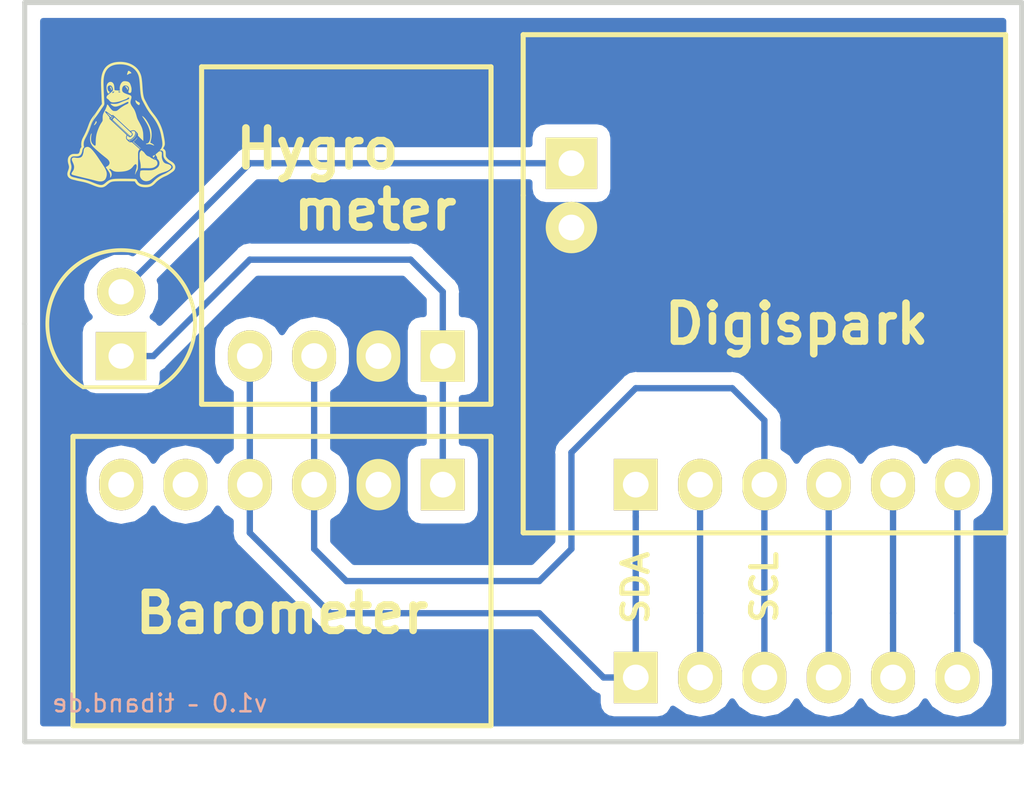
<source format=kicad_pcb>
(kicad_pcb (version 20171130) (host pcbnew 5.0.1)

  (general
    (thickness 1.6)
    (drawings 26)
    (tracks 39)
    (zones 0)
    (modules 8)
    (nets 12)
  )

  (page A4)
  (layers
    (0 F.Cu signal)
    (31 B.Cu signal)
    (33 F.Adhes user)
    (35 F.Paste user)
    (36 B.SilkS user)
    (37 F.SilkS user)
    (38 B.Mask user)
    (39 F.Mask user)
    (40 Dwgs.User user)
    (41 Cmts.User user)
    (42 Eco1.User user)
    (43 Eco2.User user)
    (44 Edge.Cuts user)
    (45 Margin user)
    (46 B.CrtYd user)
    (47 F.CrtYd user)
    (49 F.Fab user)
  )

  (setup
    (last_trace_width 0.25)
    (trace_clearance 0.2)
    (zone_clearance 0.508)
    (zone_45_only no)
    (trace_min 0.2)
    (segment_width 0.2)
    (edge_width 0.15)
    (via_size 0.6)
    (via_drill 0.4)
    (via_min_size 0.4)
    (via_min_drill 0.3)
    (uvia_size 0.3)
    (uvia_drill 0.1)
    (uvias_allowed no)
    (uvia_min_size 0.2)
    (uvia_min_drill 0.1)
    (pcb_text_width 0.3)
    (pcb_text_size 1.5 1.5)
    (mod_edge_width 0.15)
    (mod_text_size 1 1)
    (mod_text_width 0.15)
    (pad_size 2.032 1.7272)
    (pad_drill 1.016)
    (pad_to_mask_clearance 0.2)
    (solder_mask_min_width 0.25)
    (aux_axis_origin 0 0)
    (visible_elements FFFFFF7F)
    (pcbplotparams
      (layerselection 0x00030_80000001)
      (usegerberextensions false)
      (usegerberattributes false)
      (usegerberadvancedattributes false)
      (creategerberjobfile false)
      (excludeedgelayer true)
      (linewidth 0.100000)
      (plotframeref false)
      (viasonmask false)
      (mode 1)
      (useauxorigin false)
      (hpglpennumber 1)
      (hpglpenspeed 20)
      (hpglpendiameter 15.000000)
      (psnegative false)
      (psa4output false)
      (plotreference true)
      (plotvalue true)
      (plotinvisibletext false)
      (padsonsilk false)
      (subtractmaskfromsilk false)
      (outputformat 1)
      (mirror false)
      (drillshape 1)
      (scaleselection 1)
      (outputdirectory ""))
  )

  (net 0 "")
  (net 1 "Net-(D1-Pad1)")
  (net 2 VCC)
  (net 3 GND)
  (net 4 "Net-(P1-Pad3)")
  (net 5 "Net-(P1-Pad4)")
  (net 6 "Net-(P1-Pad5)")
  (net 7 "Net-(P1-Pad6)")
  (net 8 "Net-(P3-Pad2)")
  (net 9 "Net-(P3-Pad4)")
  (net 10 "Net-(P3-Pad5)")
  (net 11 "Net-(P3-Pad6)")

  (net_class Default "This is the default net class."
    (clearance 0.2)
    (trace_width 0.25)
    (via_dia 0.6)
    (via_drill 0.4)
    (uvia_dia 0.3)
    (uvia_drill 0.1)
    (add_net GND)
    (add_net "Net-(D1-Pad1)")
    (add_net "Net-(P1-Pad3)")
    (add_net "Net-(P1-Pad4)")
    (add_net "Net-(P1-Pad5)")
    (add_net "Net-(P1-Pad6)")
    (add_net "Net-(P3-Pad2)")
    (add_net "Net-(P3-Pad4)")
    (add_net "Net-(P3-Pad5)")
    (add_net "Net-(P3-Pad6)")
    (add_net VCC)
  )

  (module Pin_Headers:Pin_Header_Straight_1x06 (layer F.Cu) (tedit 5C884135) (tstamp 5B47C580)
    (at 152.4 121.92 90)
    (descr "Through hole pin header")
    (tags "pin header")
    (path /5B47BEBB)
    (fp_text reference P3 (at 0 -5.1 90) (layer F.SilkS) hide
      (effects (font (size 1 1) (thickness 0.15)))
    )
    (fp_text value CONN_01X06 (at 0 -3.1 90) (layer F.Fab)
      (effects (font (size 1 1) (thickness 0.15)))
    )
    (fp_line (start -1.75 14.45) (end 1.75 14.45) (layer F.CrtYd) (width 0.05))
    (fp_line (start -1.75 -1.75) (end 1.75 -1.75) (layer F.CrtYd) (width 0.05))
    (fp_line (start 1.75 -1.75) (end 1.75 14.45) (layer F.CrtYd) (width 0.05))
    (fp_line (start -1.75 -1.75) (end -1.75 14.45) (layer F.CrtYd) (width 0.05))
    (pad 6 thru_hole oval (at 0 12.7 90) (size 2.032 1.7272) (drill 1.016) (layers *.Cu *.Mask F.SilkS)
      (net 11 "Net-(P3-Pad6)"))
    (pad 5 thru_hole oval (at 0 10.16 90) (size 2.032 1.7272) (drill 1.016) (layers *.Cu *.Mask F.SilkS)
      (net 10 "Net-(P3-Pad5)"))
    (pad 4 thru_hole oval (at 0 7.62 90) (size 2.032 1.7272) (drill 1.016) (layers *.Cu *.Mask F.SilkS)
      (net 9 "Net-(P3-Pad4)"))
    (pad 3 thru_hole oval (at 0 5.08 90) (size 2.032 1.7272) (drill 1.016) (layers *.Cu *.Mask F.SilkS)
      (net 4 "Net-(P1-Pad3)"))
    (pad 2 thru_hole oval (at 0 2.54 90) (size 2.032 1.7272) (drill 1.016) (layers *.Cu *.Mask F.SilkS)
      (net 8 "Net-(P3-Pad2)"))
    (pad 1 thru_hole rect (at 0 0 90) (size 2.032 1.7272) (drill 1.016) (layers *.Cu *.Mask F.SilkS)
      (net 5 "Net-(P1-Pad4)"))
    (model Pin_Headers.3dshapes/Pin_Header_Straight_1x06.wrl
      (offset (xyz 0 -6.349999904632568 0))
      (scale (xyz 1 1 1))
      (rotate (xyz 0 0 90))
    )
  )

  (module Pin_Headers:Pin_Header_Straight_1x06 (layer F.Cu) (tedit 5C884122) (tstamp 5B47C58A)
    (at 152.4 114.3 90)
    (descr "Through hole pin header")
    (tags "pin header")
    (path /5B47C5B5)
    (fp_text reference P4 (at 0 -5.1 90) (layer F.SilkS) hide
      (effects (font (size 1 1) (thickness 0.15)))
    )
    (fp_text value CONN_01X06 (at 0 -3.1 90) (layer F.Fab)
      (effects (font (size 1 1) (thickness 0.15)))
    )
    (fp_line (start -1.75 14.45) (end 1.75 14.45) (layer F.CrtYd) (width 0.05))
    (fp_line (start -1.75 -1.75) (end 1.75 -1.75) (layer F.CrtYd) (width 0.05))
    (fp_line (start 1.75 -1.75) (end 1.75 14.45) (layer F.CrtYd) (width 0.05))
    (fp_line (start -1.75 -1.75) (end -1.75 14.45) (layer F.CrtYd) (width 0.05))
    (pad 6 thru_hole oval (at 0 12.7 90) (size 2.032 1.7272) (drill 1.016) (layers *.Cu *.Mask F.SilkS)
      (net 11 "Net-(P3-Pad6)"))
    (pad 5 thru_hole oval (at 0 10.16 90) (size 2.032 1.7272) (drill 1.016) (layers *.Cu *.Mask F.SilkS)
      (net 10 "Net-(P3-Pad5)"))
    (pad 4 thru_hole oval (at 0 7.62 90) (size 2.032 1.7272) (drill 1.016) (layers *.Cu *.Mask F.SilkS)
      (net 9 "Net-(P3-Pad4)"))
    (pad 3 thru_hole oval (at 0 5.08 90) (size 2.032 1.7272) (drill 1.016) (layers *.Cu *.Mask F.SilkS)
      (net 4 "Net-(P1-Pad3)"))
    (pad 2 thru_hole oval (at 0 2.54 90) (size 2.032 1.7272) (drill 1.016) (layers *.Cu *.Mask F.SilkS)
      (net 8 "Net-(P3-Pad2)"))
    (pad 1 thru_hole rect (at 0 0 90) (size 2.032 1.7272) (drill 1.016) (layers *.Cu *.Mask F.SilkS)
      (net 5 "Net-(P1-Pad4)"))
    (model Pin_Headers.3dshapes/Pin_Header_Straight_1x06.wrl
      (offset (xyz 0 -6.349999904632568 0))
      (scale (xyz 1 1 1))
      (rotate (xyz 0 0 90))
    )
  )

  (module Pin_Headers:Pin_Header_Straight_1x04 (layer F.Cu) (tedit 5C8840B3) (tstamp 5B47C576)
    (at 137.16 109.22 90)
    (descr "Through hole pin header")
    (tags "pin header")
    (path /5B47BF8A)
    (fp_text reference P2 (at -1.524 -2.286 90) (layer F.SilkS) hide
      (effects (font (size 1 1) (thickness 0.15)))
    )
    (fp_text value CONN_01X04 (at 0 -3.1 90) (layer F.Fab)
      (effects (font (size 1 1) (thickness 0.15)))
    )
    (fp_line (start -1.75 -1.75) (end -1.75 9.4) (layer F.CrtYd) (width 0.05))
    (fp_line (start 1.75 -1.75) (end 1.75 9.4) (layer F.CrtYd) (width 0.05))
    (fp_line (start -1.75 -1.75) (end 1.75 -1.75) (layer F.CrtYd) (width 0.05))
    (fp_line (start -1.75 9.4) (end 1.75 9.4) (layer F.CrtYd) (width 0.05))
    (pad 1 thru_hole oval (at 0 0 90) (size 2.032 1.7272) (drill 1.016) (layers *.Cu *.Mask F.SilkS)
      (net 5 "Net-(P1-Pad4)"))
    (pad 2 thru_hole oval (at 0 2.54 90) (size 2.032 1.7272) (drill 1.016) (layers *.Cu *.Mask F.SilkS)
      (net 4 "Net-(P1-Pad3)"))
    (pad 3 thru_hole oval (at 0 5.08 90) (size 2.032 1.7272) (drill 1.016) (layers *.Cu *.Mask F.SilkS)
      (net 3 GND))
    (pad 4 thru_hole rect (at 0 7.62 90) (size 2.032 1.7272) (drill 1.016) (layers *.Cu *.Mask F.SilkS)
      (net 1 "Net-(D1-Pad1)"))
    (model Pin_Headers.3dshapes/Pin_Header_Straight_1x04.wrl
      (offset (xyz 0 -3.809999942779541 0))
      (scale (xyz 1 1 1))
      (rotate (xyz 0 0 90))
    )
  )

  (module Pin_Headers:Pin_Header_Straight_1x06 (layer F.Cu) (tedit 5C883FE5) (tstamp 5B47C56E)
    (at 144.78 114.3 270)
    (descr "Through hole pin header")
    (tags "pin header")
    (path /5B47BF3F)
    (fp_text reference P1 (at 0 -5.1 270) (layer F.SilkS) hide
      (effects (font (size 1 1) (thickness 0.15)))
    )
    (fp_text value CONN_01X06 (at 0 -3.1 270) (layer F.Fab)
      (effects (font (size 1 1) (thickness 0.15)))
    )
    (fp_line (start -1.75 -1.75) (end -1.75 14.45) (layer F.CrtYd) (width 0.05))
    (fp_line (start 1.75 -1.75) (end 1.75 14.45) (layer F.CrtYd) (width 0.05))
    (fp_line (start -1.75 -1.75) (end 1.75 -1.75) (layer F.CrtYd) (width 0.05))
    (fp_line (start -1.75 14.45) (end 1.75 14.45) (layer F.CrtYd) (width 0.05))
    (pad 1 thru_hole rect (at 0 0 270) (size 2.032 1.7272) (drill 1.016) (layers *.Cu *.Mask F.SilkS)
      (net 1 "Net-(D1-Pad1)"))
    (pad 2 thru_hole oval (at 0 2.54 270) (size 2.032 1.7272) (drill 1.016) (layers *.Cu *.Mask F.SilkS)
      (net 3 GND))
    (pad 3 thru_hole oval (at 0 5.08 270) (size 2.032 1.7272) (drill 1.016) (layers *.Cu *.Mask F.SilkS)
      (net 4 "Net-(P1-Pad3)"))
    (pad 4 thru_hole oval (at 0 7.62 270) (size 2.032 1.7272) (drill 1.016) (layers *.Cu *.Mask F.SilkS)
      (net 5 "Net-(P1-Pad4)"))
    (pad 5 thru_hole oval (at 0 10.16 270) (size 2.032 1.7272) (drill 1.016) (layers *.Cu *.Mask F.SilkS)
      (net 6 "Net-(P1-Pad5)"))
    (pad 6 thru_hole oval (at 0 12.7 270) (size 2.032 1.7272) (drill 1.016) (layers *.Cu *.Mask F.SilkS)
      (net 7 "Net-(P1-Pad6)"))
    (model Pin_Headers.3dshapes/Pin_Header_Straight_1x06.wrl
      (offset (xyz 0 -6.349999904632568 0))
      (scale (xyz 1 1 1))
      (rotate (xyz 0 0 90))
    )
  )

  (module LEDs:LED-5MM (layer F.Cu) (tedit 5C883FCD) (tstamp 5B47C564)
    (at 132.08 109.22 90)
    (descr "LED 5mm round vertical")
    (tags "LED 5mm round vertical")
    (path /5B47C3CD)
    (fp_text reference D1 (at 1.524 4.064 90) (layer F.SilkS) hide
      (effects (font (size 1 1) (thickness 0.15)))
    )
    (fp_text value Led_Small (at 1.524 -3.937 90) (layer F.Fab)
      (effects (font (size 1 1) (thickness 0.15)))
    )
    (fp_line (start -1.5 -1.55) (end -1.5 1.55) (layer F.CrtYd) (width 0.05))
    (fp_arc (start 1.3 0) (end -1.5 1.55) (angle -302) (layer F.CrtYd) (width 0.05))
    (fp_arc (start 1.27 0) (end -1.23 -1.5) (angle 297.5) (layer F.SilkS) (width 0.15))
    (fp_line (start -1.23 1.5) (end -1.23 -1.5) (layer F.SilkS) (width 0.15))
    (fp_text user K (at -1.905 1.905 90) (layer F.SilkS) hide
      (effects (font (size 1 1) (thickness 0.15)))
    )
    (pad 1 thru_hole rect (at 0 0 180) (size 2 1.9) (drill 1.00076) (layers *.Cu *.Mask F.SilkS)
      (net 1 "Net-(D1-Pad1)"))
    (pad 2 thru_hole circle (at 2.54 0 90) (size 1.9 1.9) (drill 1.00076) (layers *.Cu *.Mask F.SilkS)
      (net 2 VCC))
    (model LEDs.3dshapes/LED-5MM.wrl
      (offset (xyz 1.269999980926514 0 0))
      (scale (xyz 1 1 1))
      (rotate (xyz 0 0 90))
    )
  )

  (module Pin_Headers:Pin_Header_Straight_1x02 (layer F.Cu) (tedit 5C883FA6) (tstamp 5B47C590)
    (at 149.86 101.6)
    (descr "Through hole pin header")
    (tags "pin header")
    (path /5B47BF0C)
    (fp_text reference P5 (at 0 -5.1) (layer F.SilkS) hide
      (effects (font (size 1 1) (thickness 0.15)))
    )
    (fp_text value CONN_01X02 (at 0 -3.1) (layer F.Fab)
      (effects (font (size 1 1) (thickness 0.15)))
    )
    (fp_line (start -1.75 -1.75) (end -1.75 4.3) (layer F.CrtYd) (width 0.05))
    (fp_line (start 1.75 -1.75) (end 1.75 4.3) (layer F.CrtYd) (width 0.05))
    (fp_line (start -1.75 -1.75) (end 1.75 -1.75) (layer F.CrtYd) (width 0.05))
    (fp_line (start -1.75 4.3) (end 1.75 4.3) (layer F.CrtYd) (width 0.05))
    (pad 1 thru_hole rect (at 0 0) (size 2.032 2.032) (drill 1.016) (layers *.Cu *.Mask F.SilkS)
      (net 2 VCC))
    (pad 2 thru_hole oval (at 0 2.54) (size 2.032 2.032) (drill 1.016) (layers *.Cu *.Mask F.SilkS)
      (net 3 GND))
    (model Pin_Headers.3dshapes/Pin_Header_Straight_1x02.wrl
      (offset (xyz 0 -1.269999980926514 0))
      (scale (xyz 1 1 1))
      (rotate (xyz 0 0 90))
    )
  )

  (module "Tiband Logos:labor-tux-pcb-negativ-mask-5" (layer B.Cu) (tedit 5BAD2D7E) (tstamp 5C8844E3)
    (at 155.702 100.838 180)
    (descr "Imported from /u/mai11bqv/repos/artwork/logos/labor-tux-pcb-negativ.svg")
    (tags svg2mod)
    (attr smd)
    (fp_text reference svg2mod (at 0 5.54015 180) (layer B.SilkS) hide
      (effects (font (size 1.524 1.524) (thickness 0.3048)) (justify mirror))
    )
    (fp_text value G*** (at 0 -5.54015 180) (layer B.SilkS) hide
      (effects (font (size 1.524 1.524) (thickness 0.3048)) (justify mirror))
    )
    (fp_poly (pts (xy -0.066007 2.482979) (xy -0.06394 2.383761) (xy 0.011576 2.382821) (xy 0.083635 2.377111)
      (xy 0.152173 2.366836) (xy 0.21712 2.352201) (xy 0.27841 2.33341) (xy 0.335977 2.31067)
      (xy 0.389752 2.284185) (xy 0.43967 2.254159) (xy 0.485661 2.220799) (xy 0.527661 2.184309)
      (xy 0.565601 2.144894) (xy 0.599414 2.10276) (xy 0.629033 2.058111) (xy 0.654392 2.011152)
      (xy 0.675422 1.962089) (xy 0.692058 1.911127) (xy 0.704231 1.85847) (xy 0.714248 1.796834)
      (xy 0.722342 1.733148) (xy 0.728923 1.667924) (xy 0.734403 1.601672) (xy 0.739193 1.534904)
      (xy 0.743704 1.468131) (xy 0.748347 1.401864) (xy 0.753535 1.336614) (xy 0.759678 1.272893)
      (xy 0.767187 1.211211) (xy 0.776473 1.15208) (xy 0.787949 1.096012) (xy 0.802025 1.043516)
      (xy 0.819112 0.995105) (xy 0.839623 0.95129) (xy 0.869083 0.895862) (xy 0.897276 0.842256)
      (xy 0.924926 0.789895) (xy 0.952758 0.7382) (xy 0.981495 0.686593) (xy 1.011863 0.634496)
      (xy 1.044585 0.58133) (xy 1.080385 0.526517) (xy 1.119989 0.46948) (xy 1.16412 0.409639)
      (xy 1.213502 0.346417) (xy 1.253327 0.295173) (xy 1.290975 0.243695) (xy 1.326465 0.191877)
      (xy 1.359812 0.139617) (xy 1.391035 0.086809) (xy 1.420152 0.033349) (xy 1.44718 -0.020866)
      (xy 1.472137 -0.07594) (xy 1.495041 -0.131979) (xy 1.515908 -0.189086) (xy 1.534757 -0.247365)
      (xy 1.551606 -0.306921) (xy 1.566471 -0.367858) (xy 1.579371 -0.43028) (xy 1.595323 -0.514086)
      (xy 1.608885 -0.589579) (xy 1.619159 -0.657769) (xy 1.625246 -0.719663) (xy 1.626249 -0.776269)
      (xy 1.62127 -0.828594) (xy 1.609409 -0.877648) (xy 1.58977 -0.924438) (xy 1.561453 -0.969971)
      (xy 1.52356 -1.015257) (xy 1.51555 -1.023008) (xy 1.564807 -1.018552) (xy 1.611927 -1.025849)
      (xy 1.648883 -1.057849) (xy 1.660984 -1.103338) (xy 1.662311 -1.147806) (xy 1.661531 -1.166151)
      (xy 1.663339 -1.180878) (xy 1.664814 -1.225314) (xy 1.672548 -1.270502) (xy 1.691504 -1.318615)
      (xy 1.726643 -1.371823) (xy 1.762397 -1.412903) (xy 1.799281 -1.447549) (xy 1.839397 -1.478759)
      (xy 1.884849 -1.509534) (xy 1.937741 -1.542872) (xy 1.981848 -1.57549) (xy 2.016017 -1.612761)
      (xy 2.036251 -1.653373) (xy 2.038556 -1.696013) (xy 2.018937 -1.739371) (xy 1.973398 -1.782134)
      (xy 1.917754 -1.820982) (xy 1.868349 -1.854657) (xy 1.822871 -1.883937) (xy 1.779004 -1.909599)
      (xy 1.734435 -1.932422) (xy 1.686852 -1.953183) (xy 1.640824 -1.973563) (xy 1.58919 -1.999833)
      (xy 1.534177 -2.031085) (xy 1.478011 -2.066414) (xy 1.422919 -2.104913) (xy 1.371126 -2.145675)
      (xy 1.324858 -2.187794) (xy 1.284279 -2.229559) (xy 1.24588 -2.268527) (xy 1.20645 -2.303374)
      (xy 1.162781 -2.33278) (xy 1.111661 -2.355421) (xy 1.049882 -2.369976) (xy 0.974234 -2.375121)
      (xy 0.897048 -2.372162) (xy 0.831448 -2.363036) (xy 0.776145 -2.34737) (xy 0.729851 -2.324789)
      (xy 0.691277 -2.294921) (xy 0.659135 -2.25739) (xy 0.632136 -2.211823) (xy 0.604513 -2.167536)
      (xy 0.575806 -2.147598) (xy 0.537476 -2.14188) (xy 0.480982 -2.140252) (xy 0.447266 -2.139185)
      (xy 0.402376 -2.13809) (xy 0.348003 -2.13704) (xy 0.285842 -2.136104) (xy 0.217584 -2.135355)
      (xy 0.144921 -2.134863) (xy 0.069546 -2.1347) (xy -0.006849 -2.134936) (xy -0.082572 -2.135643)
      (xy -0.15593 -2.136893) (xy -0.238367 -2.139918) (xy -0.308089 -2.146504) (xy -0.367284 -2.156777)
      (xy -0.418144 -2.170865) (xy -0.462856 -2.188894) (xy -0.50361 -2.21099) (xy -0.542595 -2.237281)
      (xy -0.582002 -2.267892) (xy -0.624406 -2.303854) (xy -0.662619 -2.335381) (xy -0.700669 -2.360444)
      (xy -0.742588 -2.377015) (xy -0.792405 -2.383065) (xy -0.854149 -2.376564) (xy -0.931851 -2.355484)
      (xy -0.990194 -2.334943) (xy -1.044552 -2.314079) (xy -1.096665 -2.293031) (xy -1.148272 -2.271941)
      (xy -1.201114 -2.250949) (xy -1.25693 -2.230196) (xy -1.317459 -2.209824) (xy -1.384442 -2.189973)
      (xy -1.459618 -2.170783) (xy -1.544728 -2.152397) (xy -1.616368 -2.138159) (xy -1.66856 -2.12755)
      (xy -1.704968 -2.119875) (xy -1.729253 -2.114437) (xy -1.745077 -2.110541) (xy -1.756104 -2.10749)
      (xy -1.765995 -2.10459) (xy -1.778412 -2.101143) (xy -1.797018 -2.096454) (xy -1.825476 -2.089827)
      (xy -1.867447 -2.080566) (xy -1.943601 -2.057189) (xy -1.992327 -2.027533) (xy -2.018701 -1.993372)
      (xy -2.027798 -1.956482) (xy -2.024695 -1.918637) (xy -2.014467 -1.881612) (xy -2.000335 -1.842585)
      (xy -1.984263 -1.796976) (xy -1.970369 -1.744933) (xy -1.962773 -1.686601) (xy -1.965591 -1.622128)
      (xy -1.982944 -1.551658) (xy -2.000462 -1.488666) (xy -2.008416 -1.427964) (xy -2.00597 -1.372251)
      (xy -1.992288 -1.324224) (xy -1.966532 -1.286579) (xy -1.927867 -1.262014) (xy -1.875457 -1.253227)
      (xy -1.823633 -1.254063) (xy -1.773388 -1.254708) (xy -1.725509 -1.252364) (xy -1.680782 -1.244236)
      (xy -1.639993 -1.227526) (xy -1.603929 -1.199437) (xy -1.573376 -1.157174) (xy -1.54912 -1.097939)
      (xy -1.539819 -1.075718) (xy -1.539043 -1.066158) (xy -1.535 -1.038169) (xy -1.526136 -0.992854)
      (xy -1.505187 -0.939231) (xy -1.464888 -0.886324) (xy -1.463595 -0.884773) (xy -1.477289 -0.826895)
      (xy -1.479541 -0.775049) (xy -1.478486 -0.725617) (xy -1.469948 -0.673453) (xy -1.449754 -0.613412)
      (xy -1.413728 -0.54035) (xy -1.388809 -0.494692) (xy -1.364311 -0.447599) (xy -1.340068 -0.398514)
      (xy -1.315916 -0.346883) (xy -1.291691 -0.292149) (xy -1.267225 -0.233757) (xy -1.242356 -0.171152)
      (xy -1.216917 -0.103778) (xy -1.190744 -0.031079) (xy -1.16437 0.03817) (xy -1.13802 0.096652)
      (xy -1.111097 0.147113) (xy -1.083007 0.192294) (xy -1.053154 0.23494) (xy -1.020942 0.277795)
      (xy -0.985776 0.323601) (xy -0.94706 0.375102) (xy -0.904198 0.435042) (xy -0.861891 0.496279)
      (xy -0.833779 0.537773) (xy -0.815754 0.565115) (xy -0.803709 0.583893) (xy -0.793534 0.599697)
      (xy -0.781121 0.618116) (xy -0.762362 0.644739) (xy -0.733149 0.685156) (xy -0.69935 0.733216)
      (xy -0.678134 0.768963) (xy -0.666999 0.799172) (xy -0.663441 0.830618) (xy -0.664958 0.870075)
      (xy -0.669047 0.924319) (xy -0.673205 1.000124) (xy -0.675559 1.059761) (xy -0.677927 1.115604)
      (xy -0.680304 1.169082) (xy -0.682688 1.221624) (xy -0.685076 1.274659) (xy -0.687465 1.329616)
      (xy -0.689853 1.387924) (xy -0.692236 1.451013) (xy -0.694611 1.52031) (xy -0.696976 1.597245)
      (xy -0.696711 1.596212) (xy -0.697453 1.675091) (xy -0.694786 1.749492) (xy -0.688711 1.819468)
      (xy -0.679227 1.885073) (xy -0.666335 1.94636) (xy -0.650035 2.003382) (xy -0.630326 2.056193)
      (xy -0.607208 2.104846) (xy -0.580683 2.149394) (xy -0.550748 2.189891) (xy -0.517405 2.22639)
      (xy -0.480654 2.258944) (xy -0.440494 2.287606) (xy -0.396926 2.31243) (xy -0.34995 2.33347)
      (xy -0.299565 2.350778) (xy -0.245771 2.364408) (xy -0.188569 2.374412) (xy -0.127959 2.380846)
      (xy -0.06394 2.383761) (xy -0.066007 2.482979) (xy -0.135808 2.479679) (xy -0.203075 2.472277)
      (xy -0.267619 2.46067) (xy -0.329254 2.444755) (xy -0.387792 2.424428) (xy -0.443046 2.399588)
      (xy -0.494828 2.37013) (xy -0.542951 2.335951) (xy -0.587228 2.296948) (xy -0.627471 2.253019)
      (xy -0.660219 2.209224) (xy -0.68922 2.162155) (xy -0.714562 2.11183) (xy -0.736331 2.058271)
      (xy -0.754613 2.001495) (xy -0.769495 1.941523) (xy -0.781064 1.878374) (xy -0.789406 1.812068)
      (xy -0.794608 1.742625) (xy -0.796756 1.670063) (xy -0.795936 1.594403) (xy -0.796194 1.594403)
      (xy -0.79382 1.517135) (xy -0.791438 1.447522) (xy -0.789049 1.384148) (xy -0.786658 1.325597)
      (xy -0.784266 1.270453) (xy -0.781879 1.217298) (xy -0.779497 1.164716) (xy -0.777126 1.111292)
      (xy -0.774766 1.055608) (xy -0.772423 0.996248) (xy -0.767912 0.906347) (xy -0.764061 0.850573)
      (xy -0.763121 0.825199) (xy -0.771254 0.80416) (xy -0.813506 0.743292) (xy -0.842938 0.702561)
      (xy -0.861984 0.675519) (xy -0.874706 0.656645) (xy -0.885165 0.640421) (xy -0.897421 0.621327)
      (xy -0.915537 0.593843) (xy -0.943572 0.55245) (xy -0.985588 0.491628) (xy -1.63697 -1.055823)
      (xy -1.638779 -1.074168) (xy -1.637486 -1.057631) (xy -1.63697 -1.055823) (xy -0.985588 0.491628)
      (xy -0.985846 0.491628) (xy -1.02756 0.433338) (xy -1.533101 -0.814235) (xy -1.533876 -0.815786)
      (xy -1.533876 -0.815005) (xy -1.533101 -0.814225) (xy -1.533101 -0.814235) (xy -1.02756 0.433338)
      (xy -1.06623 0.381847) (xy -1.102244 0.334656) (xy -1.135991 0.289263) (xy -1.167857 0.243167)
      (xy -1.198232 0.193868) (xy -1.227501 0.138863) (xy -1.256054 0.075653) (xy -1.284278 0.001735)
      (xy -1.309928 -0.069525) (xy -1.334749 -0.135303) (xy -1.358918 -0.196191) (xy -1.382615 -0.252783)
      (xy -1.406018 -0.30567) (xy -1.429308 -0.355446) (xy -1.452663 -0.402703) (xy -1.476263 -0.448034)
      (xy -1.500285 -0.492033) (xy -1.534959 -0.562602) (xy -1.557736 -0.626401) (xy -1.570948 -0.684275)
      (xy -1.576927 -0.737066) (xy -1.578003 -0.785617) (xy -1.576508 -0.830772) (xy -1.576508 -0.831036)
      (xy -1.576508 -0.831552) (xy -1.568498 -0.875219) (xy -1.599836 -0.922889) (xy -1.621983 -0.967203)
      (xy -1.633352 -1.024564) (xy -1.635419 -1.042134) (xy -1.636194 -1.05066) (xy -1.643946 -1.069005)
      (xy -1.672197 -1.13165) (xy -1.707508 -1.148587) (xy -1.747631 -1.153768) (xy -1.804743 -1.154494)
      (xy -1.875456 -1.154013) (xy -1.936518 -1.162978) (xy -1.991587 -1.187552) (xy -2.038189 -1.224259)
      (xy -2.073856 -1.269618) (xy -2.096115 -1.320153) (xy -2.106451 -1.372476) (xy -2.10867 -1.425331)
      (xy -2.103784 -1.47843) (xy -2.092802 -1.531489) (xy -2.076736 -1.58422) (xy -2.076478 -1.584484)
      (xy -2.076478 -1.584749) (xy -2.062142 -1.645647) (xy -2.062552 -1.699537) (xy -2.073334 -1.749512)
      (xy -2.090113 -1.79867) (xy -2.108517 -1.850107) (xy -2.119491 -1.886796) (xy -2.126979 -1.931244)
      (xy -2.125236 -1.981504) (xy -2.108517 -2.035626) (xy -2.082499 -2.076545) (xy -2.046734 -2.110871)
      (xy -2.001964 -2.138923) (xy -1.94893 -2.161019) (xy -1.888375 -2.177478) (xy -1.808415 -2.195781)
      (xy -1.777529 -2.204608) (xy -1.755019 -2.210384) (xy -1.718311 -2.218605) (xy -1.657857 -2.231132)
      (xy -1.564106 -2.249825) (xy -1.482356 -2.267479) (xy -1.410442 -2.285847) (xy -1.346481 -2.304854)
      (xy -1.288592 -2.324426) (xy -1.234892 -2.344488) (xy -1.1835 -2.364966) (xy -1.132534 -2.385786)
      (xy -1.080111 -2.406873) (xy -1.024349 -2.428154) (xy -0.963367 -2.449554) (xy -0.898204 -2.468203)
      (xy -0.837929 -2.478897) (xy -0.782303 -2.481534) (xy -0.731092 -2.476007) (xy -0.684056 -2.462214)
      (xy -0.633531 -2.436843) (xy -0.591788 -2.407195) (xy -0.555032 -2.37573) (xy -0.519467 -2.344909)
      (xy -0.519202 -2.344644) (xy -0.4794 -2.313145) (xy -0.442928 -2.288065) (xy -0.40533 -2.26875)
      (xy -0.362155 -2.254551) (xy -0.308948 -2.244814) (xy -0.241256 -2.238889) (xy -0.154625 -2.236124)
      (xy -0.154109 -2.236124) (xy -0.153844 -2.236124) (xy -0.081412 -2.234895) (xy -0.006392 -2.234209)
      (xy 0.069464 -2.233992) (xy 0.144402 -2.234172) (xy 0.21667 -2.234674) (xy 0.284514 -2.235427)
      (xy 0.346183 -2.236357) (xy 0.399924 -2.237392) (xy 0.443983 -2.238458) (xy 0.476608 -2.239482)
      (xy 0.536553 -2.241033) (xy 0.543271 -2.241298) (xy 0.536553 -2.241033) (xy 0.543528 -2.256278)
      (xy 0.57391 -2.307836) (xy 0.611495 -2.354348) (xy 0.65631 -2.394264) (xy 0.708376 -2.426035)
      (xy 0.754432 -2.444977) (xy 0.803707 -2.458699) (xy 0.856541 -2.467782) (xy 0.913276 -2.472806)
      (xy 0.974251 -2.474352) (xy 1.038827 -2.471007) (xy 1.097685 -2.461382) (xy 1.15092 -2.446091)
      (xy 1.198627 -2.425749) (xy 1.240902 -2.400972) (xy 1.286316 -2.366291) (xy 1.325351 -2.330071)
      (xy 1.360661 -2.293581) (xy 1.394898 -2.258086) (xy 1.442632 -2.215676) (xy 1.498973 -2.173276)
      (xy 1.55959 -2.132957) (xy 1.620156 -2.096789) (xy 1.676342 -2.06684) (xy 1.723818 -2.045179)
      (xy 1.77666 -2.022115) (xy 1.825982 -1.996899) (xy 1.873894 -1.968982) (xy 1.922504 -1.937815)
      (xy 1.973923 -1.902849) (xy 2.030259 -1.863537) (xy 2.030259 -1.863272) (xy 2.030524 -1.863272)
      (xy 2.068 -1.832919) (xy 2.098975 -1.798141) (xy 2.12225 -1.758369) (xy 2.135748 -1.714187)
      (xy 2.138687 -1.668911) (xy 2.13181 -1.626077) (xy 2.108423 -1.571073) (xy 2.07498 -1.526102)
      (xy 2.034613 -1.489259) (xy 1.990457 -1.458641) (xy 1.990192 -1.458641) (xy 1.928284 -1.419607)
      (xy 1.88077 -1.386405) (xy 1.841525 -1.352242) (xy 1.804422 -1.310329) (xy 1.804422 -1.310065)
      (xy 1.773073 -1.263197) (xy 1.763168 -1.226308) (xy 1.762564 -1.180873) (xy 1.761013 -1.164595)
      (xy 1.761529 -1.149093) (xy 1.761529 -1.146251) (xy 1.761379 -1.111174) (xy 1.753519 -1.055817)
      (xy 1.73518 -1.015008) (xy 1.701531 -0.97492) (xy 1.655592 -0.942904) (xy 1.684191 -0.889359)
      (xy 1.711863 -0.835889) (xy 1.725356 -0.779607) (xy 1.72498 -0.72468) (xy 1.720614 -0.668373)
      (xy 1.712935 -0.609813) (xy 1.702619 -0.548133) (xy 1.690341 -0.482461) (xy 1.67678 -0.411929)
      (xy 1.67678 -0.411664) (xy 1.663154 -0.345883) (xy 1.647392 -0.281533) (xy 1.629492 -0.218533)
      (xy 1.609453 -0.156802) (xy 1.587273 -0.09626) (xy 1.562949 -0.036825) (xy 1.536481 0.021581)
      (xy 1.507867 0.079041) (xy 1.477105 0.135636) (xy 1.444193 0.191444) (xy 1.40913 0.246549)
      (xy 1.371914 0.301029) (xy 1.332543 0.354966) (xy 1.291015 0.408441) (xy 1.290751 0.408441)
      (xy 1.242982 0.469572) (xy 1.200424 0.527238) (xy 1.162319 0.582093) (xy 1.127911 0.634792)
      (xy 1.096441 0.68599) (xy 1.067154 0.736341) (xy 1.039291 0.786501) (xy 1.012097 0.837125)
      (xy 0.984813 0.888868) (xy 0.956682 0.942383) (xy 0.926948 0.998327) (xy 0.926948 0.998592)
      (xy 0.907757 1.042036) (xy 0.89137 1.095071) (xy 0.877579 1.156385) (xy 0.866176 1.224661)
      (xy 0.856952 1.298586) (xy 0.8497 1.376845) (xy 0.84523 1.43759) (xy 0.841076 1.499586)
      (xy 0.836866 1.562447) (xy 0.832225 1.625791) (xy 0.826781 1.689233) (xy 0.820161 1.752387)
      (xy 0.811991 1.814871) (xy 0.801899 1.876298) (xy 0.801899 1.876556) (xy 0.789438 1.931203)
      (xy 0.772691 1.984256) (xy 0.751763 2.03555) (xy 0.726759 2.084923) (xy 0.697784 2.132208)
      (xy 0.664944 2.177241) (xy 0.628345 2.219859) (xy 0.588091 2.259897) (xy 0.544288 2.297189)
      (xy 0.497042 2.331573) (xy 0.446458 2.362883) (xy 0.39264 2.390954) (xy 0.335695 2.415624)
      (xy 0.275729 2.436726) (xy 0.212845 2.454097) (xy 0.14715 2.467573) (xy 0.078749 2.476988)
      (xy 0.007748 2.482178) (xy -0.065748 2.482979) (xy -0.066007 2.482979)) (layer B.Mask) (width 0))
    (fp_poly (pts (xy 1.322841 -1.360771) (xy 1.287644 -1.327771) (xy 1.288107 -1.32296) (xy 1.316422 -1.336164)
      (xy 1.335496 -1.357418) (xy 1.331211 -1.362067) (xy 1.322839 -1.36077) (xy 1.322841 -1.360771)) (layer B.Mask) (width 0))
    (fp_poly (pts (xy 0.332588 -0.656598) (xy 0.300549 -0.632137) (xy 0.319669 -0.627155) (xy 0.364508 -0.61471)
      (xy 0.407957 -0.593926) (xy 0.450147 -0.564725) (xy 0.49121 -0.527033) (xy 0.529413 -0.482534)
      (xy 0.558521 -0.437738) (xy 0.578158 -0.393328) (xy 0.58795 -0.349992) (xy 0.596244 -0.315919)
      (xy 0.604403 -0.334937) (xy 0.593046 -0.385032) (xy 0.568144 -0.447177) (xy 0.53997 -0.493068)
      (xy 0.498995 -0.539233) (xy 0.453393 -0.579904) (xy 0.408035 -0.608072) (xy 0.352741 -0.63009)
      (xy 0.339822 -0.650782) (xy 0.34809 -0.659224) (xy 0.332587 -0.656598) (xy 0.332588 -0.656598)) (layer B.Mask) (width 0))
    (fp_poly (pts (xy 0.303156 -0.442992) (xy 0.292428 -0.433787) (xy 0.281121 -0.423811) (xy 0.26377 -0.408019)
      (xy 0.234911 -0.38136) (xy 0.189078 -0.338787) (xy 0.120806 -0.275252) (xy 0.02463 -0.185707)
      (xy -0.068858 -0.098596) (xy -0.147998 -0.024701) (xy -0.213654 0.0368) (xy -0.266694 0.086727)
      (xy -0.307983 0.125903) (xy -0.338387 0.155149) (xy -0.358772 0.175288) (xy -0.370004 0.18714)
      (xy -0.37295 0.191528) (xy -0.368437 0.19121) (xy -0.356988 0.181554) (xy -0.329949 0.15727)
      (xy -0.289747 0.120615) (xy -0.23881 0.073845) (xy -0.179566 0.019215) (xy -0.114442 -0.041018)
      (xy -0.045866 -0.104598) (xy 0.023735 -0.169271) (xy 0.091932 -0.23278) (xy 0.156298 -0.292869)
      (xy 0.214404 -0.347282) (xy 0.263825 -0.393764) (xy 0.302131 -0.430058) (xy 0.326894 -0.45391)
      (xy 0.335689 -0.463062) (xy 0.303156 -0.442992)) (layer B.Mask) (width 0))
    (fp_poly (pts (xy -0.392191 1.367843) (xy -0.398352 1.397795) (xy -0.410807 1.437882) (xy -0.428605 1.462296)
      (xy -0.439658 1.484639) (xy -0.424776 1.504786) (xy -0.406289 1.497324) (xy -0.390738 1.473909)
      (xy -0.377179 1.435106) (xy -0.36907 1.383794) (xy -0.383349 1.366331) (xy -0.392191 1.367843)) (layer B.Mask) (width 0))
    (fp_poly (pts (xy 0.237953 1.384601) (xy 0.233625 1.405729) (xy 0.209257 1.462033) (xy 0.172009 1.490907)
      (xy 0.151536 1.504066) (xy 0.159017 1.514394) (xy 0.18021 1.519968) (xy 0.213673 1.508264)
      (xy 0.242974 1.486571) (xy 0.259698 1.460084) (xy 0.26752 1.422911) (xy 0.260945 1.385536)
      (xy 0.237953 1.384601)) (layer B.Mask) (width 0))
    (fp_poly (pts (xy 0.228409 1.974241) (xy 0.234706 2.005979) (xy 0.253172 2.061988) (xy 0.270381 2.121181)
      (xy 0.306269 2.128556) (xy 0.345309 2.105321) (xy 0.387926 2.067043) (xy 0.407947 2.037228)
      (xy 0.358338 2.019626) (xy 0.32636 2.016034) (xy 0.288639 1.993492) (xy 0.247284 1.96974)
      (xy 0.228409 1.974241)) (layer B.Mask) (width 0))
    (fp_poly (pts (xy 0.675005 0.779178) (xy 0.633098 0.811821) (xy 0.601331 0.841429) (xy 0.576849 0.886583)
      (xy 0.562571 0.93695) (xy 0.565061 0.969376) (xy 0.5956 0.951528) (xy 0.637602 0.917177)
      (xy 0.68661 0.892002) (xy 0.726653 0.868723) (xy 0.73897 0.840317) (xy 0.726741 0.799446)
      (xy 0.704518 0.770117) (xy 0.675005 0.779178)) (layer B.Mask) (width 0))
    (fp_poly (pts (xy -1.075373 -0.019938) (xy -1.055718 0.026564) (xy -1.027089 0.067485) (xy -1.016506 0.1041)
      (xy -0.996389 0.137154) (xy -0.971075 0.13397) (xy -0.97078 0.079744) (xy -0.983594 0.054751)
      (xy -1.016952 0.016982) (xy -1.057111 -0.020615) (xy -1.075373 -0.019938)) (layer B.Mask) (width 0))
    (fp_poly (pts (xy -0.455147 0.339991) (xy -0.52875 0.421589) (xy -0.556856 0.455917) (xy -0.555801 0.462927)
      (xy -0.529294 0.445735) (xy -0.477194 0.405807) (xy -0.421607 0.360616) (xy -0.384638 0.327634)
      (xy -0.369003 0.311414) (xy -0.377724 0.300328) (xy -0.401801 0.287065) (xy -0.455147 0.339991)) (layer B.Mask) (width 0))
    (fp_poly (pts (xy -0.424781 0.237913) (xy -0.41266 0.253107) (xy -0.377854 0.26172) (xy -0.343373 0.298039)
      (xy -0.342363 0.334708) (xy -0.332858 0.346932) (xy -0.322829 0.308439) (xy -0.355297 0.256201)
      (xy -0.3949 0.232402) (xy -0.424781 0.237912) (xy -0.424781 0.237913)) (layer B.Mask) (width 0))
    (fp_poly (pts (xy 0.312624 -0.408627) (xy 0.289333 -0.387519) (xy 0.263551 -0.363992) (xy 0.233727 -0.336608)
      (xy 0.198308 -0.30393) (xy 0.155741 -0.264522) (xy 0.104475 -0.216946) (xy 0.042957 -0.159765)
      (xy -0.030365 -0.091542) (xy -0.117043 -0.01084) (xy -0.185746 0.053135) (xy -0.246089 0.109316)
      (xy -0.294333 0.154222) (xy -0.32674 0.184374) (xy -0.339571 0.196291) (xy -0.320415 0.225862)
      (xy -0.284859 0.272083) (xy -0.266439 0.288398) (xy -0.25699 0.280035) (xy -0.234324 0.259279)
      (xy -0.200418 0.227969) (xy -0.157244 0.187947) (xy -0.106779 0.141054) (xy -0.050998 0.089131)
      (xy 0.008125 0.034018) (xy 0.068615 -0.022444) (xy 0.128497 -0.078412) (xy 0.185796 -0.132048)
      (xy 0.238536 -0.181509) (xy 0.284744 -0.224954) (xy 0.322444 -0.260543) (xy 0.429407 -0.361829)
      (xy 0.427248 -0.378007) (xy 0.410243 -0.415136) (xy 0.380837 -0.449211) (xy 0.368197 -0.458814)
      (xy 0.312624 -0.408627)) (layer B.Mask) (width 0))
    (fp_poly (pts (xy 0.275181 -0.594042) (xy 0.234209 -0.565393) (xy 0.218188 -0.520474) (xy 0.227957 -0.461636)
      (xy 0.240145 -0.431101) (xy 0.268143 -0.452816) (xy 0.309733 -0.483396) (xy 0.344165 -0.496147)
      (xy 0.381583 -0.484734) (xy 0.419366 -0.454648) (xy 0.449092 -0.412592) (xy 0.460083 -0.362091)
      (xy 0.419814 -0.307783) (xy 0.39241 -0.273557) (xy 0.428267 -0.256833) (xy 0.489605 -0.248532)
      (xy 0.535037 -0.265484) (xy 0.55693 -0.304838) (xy 0.556543 -0.349962) (xy 0.543459 -0.398932)
      (xy 0.518897 -0.447181) (xy 0.487364 -0.486624) (xy 0.445083 -0.52913) (xy 0.406693 -0.559981)
      (xy 0.357746 -0.584703) (xy 0.311409 -0.596705) (xy 0.275181 -0.594042)) (layer B.Mask) (width 0))
    (fp_poly (pts (xy 0.713167 -0.908213) (xy 0.654853 -0.856707) (xy 0.597172 -0.805363) (xy 0.544568 -0.758186)
      (xy 0.501489 -0.719182) (xy 0.472382 -0.692354) (xy 0.461691 -0.681707) (xy 0.489518 -0.661004)
      (xy 0.523284 -0.635646) (xy 0.557926 -0.602629) (xy 0.59415 -0.561214) (xy 0.632663 -0.510657)
      (xy 0.635954 -0.523692) (xy 0.602988 -0.571895) (xy 0.556717 -0.622498) (xy 0.51114 -0.66019)
      (xy 0.486532 -0.678483) (xy 0.498099 -0.689754) (xy 0.529617 -0.718621) (xy 0.576275 -0.760714)
      (xy 0.633256 -0.811664) (xy 0.71056 -0.880885) (xy 0.753844 -0.920999) (xy 0.771525 -0.940195)
      (xy 0.772021 -0.946661) (xy 0.76272 -0.95079) (xy 0.713168 -0.908213) (xy 0.713167 -0.908213)) (layer B.Mask) (width 0))
    (fp_poly (pts (xy 1.26991 -0.816017) (xy 1.198563 -0.787926) (xy 1.14098 -0.772746) (xy 1.088019 -0.768903)
      (xy 1.030541 -0.774826) (xy 0.997877 -0.780174) (xy 0.986221 -0.767373) (xy 0.974443 -0.752025)
      (xy 1.002951 -0.747432) (xy 1.049806 -0.734703) (xy 1.078632 -0.71168) (xy 1.102659 -0.679866)
      (xy 1.121888 -0.640249) (xy 1.136318 -0.593813) (xy 1.145947 -0.541545) (xy 1.150777 -0.484431)
      (xy 1.150805 -0.423457) (xy 1.146033 -0.359609) (xy 1.136459 -0.293874) (xy 1.122082 -0.227237)
      (xy 1.102904 -0.160684) (xy 1.078922 -0.095203) (xy 1.050137 -0.031778) (xy 1.025095 0.015801)
      (xy 0.995056 0.069173) (xy 0.961659 0.125632) (xy 0.92654 0.182469) (xy 0.891337 0.236978)
      (xy 0.857685 0.286453) (xy 0.832119 0.324557) (xy 0.822867 0.341788) (xy 0.856222 0.327848)
      (xy 0.910634 0.283094) (xy 0.941655 0.24999) (xy 0.972202 0.212458) (xy 1.00255 0.170093)
      (xy 1.03297 0.12249) (xy 1.063736 0.069247) (xy 1.09512 0.00996) (xy 1.127363 -0.056115)
      (xy 1.152997 -0.115349) (xy 1.172628 -0.169963) (xy 1.18686 -0.222178) (xy 1.1963 -0.274214)
      (xy 1.201552 -0.328293) (xy 1.203221 -0.386634) (xy 1.2018 -0.447473) (xy 1.196719 -0.501921)
      (xy 1.187015 -0.55712) (xy 1.171726 -0.620212) (xy 1.159644 -0.670255) (xy 1.154448 -0.700587)
      (xy 1.154157 -0.716883) (xy 1.181028 -0.72701) (xy 1.236046 -0.755904) (xy 1.287482 -0.796079)
      (xy 1.308182 -0.825505) (xy 1.269912 -0.816018) (xy 1.26991 -0.816017)) (layer B.Mask) (width 0))
    (fp_poly (pts (xy 1.250936 -1.303034) (xy 1.261416 -1.290125) (xy 1.25922 -1.281859) (xy 1.255608 -1.269029)
      (xy 1.264948 -1.255914) (xy 1.256059 -1.258736) (xy 1.247171 -1.256865) (xy 1.238902 -1.254797)
      (xy 1.230698 -1.254043) (xy 1.250076 -1.236573) (xy 1.295062 -1.213129) (xy 1.330397 -1.197257)
      (xy 1.32964 -1.229251) (xy 1.299248 -1.275286) (xy 1.26136 -1.305842) (xy 1.250934 -1.303034)
      (xy 1.250936 -1.303034)) (layer B.Mask) (width 0))
    (fp_poly (pts (xy 0.955718 -2.232243) (xy 0.894147 -2.214986) (xy 0.8393 -2.184009) (xy 0.793712 -2.141176)
      (xy 0.759917 -2.08835) (xy 0.746146 -2.049937) (xy 0.740005 -2.00563) (xy 0.74121 -1.949662)
      (xy 0.749477 -1.876269) (xy 0.756774 -1.823879) (xy 0.777721 -1.817291) (xy 0.809922 -1.809035)
      (xy 0.848665 -1.804655) (xy 0.906771 -1.803407) (xy 0.997059 -1.804546) (xy 1.080549 -1.805487)
      (xy 1.143534 -1.804376) (xy 1.192437 -1.800736) (xy 1.233685 -1.794086) (xy 1.273703 -1.783948)
      (xy 1.324723 -1.764728) (xy 1.375504 -1.737679) (xy 1.421512 -1.705573) (xy 1.458211 -1.671181)
      (xy 1.489223 -1.62453) (xy 1.506842 -1.570684) (xy 1.510586 -1.511113) (xy 1.502648 -1.458966)
      (xy 1.481564 -1.413361) (xy 1.441781 -1.362285) (xy 1.416261 -1.333346) (xy 1.418733 -1.312433)
      (xy 1.415794 -1.278959) (xy 1.391827 -1.246101) (xy 1.369069 -1.212873) (xy 1.360784 -1.187845)
      (xy 1.355009 -1.174636) (xy 1.388941 -1.146577) (xy 1.422202 -1.117883) (xy 1.454523 -1.088296)
      (xy 1.495387 -1.056729) (xy 1.539836 -1.049711) (xy 1.575127 -1.056239) (xy 1.597111 -1.086167)
      (xy 1.60619 -1.111123) (xy 1.608344 -1.148053) (xy 1.604897 -1.219658) (xy 1.604658 -1.275683)
      (xy 1.611761 -1.327778) (xy 1.627081 -1.382368) (xy 1.655607 -1.44667) (xy 1.691808 -1.494047)
      (xy 1.736005 -1.524921) (xy 1.770059 -1.537361) (xy 1.815614 -1.550152) (xy 1.890444 -1.574301)
      (xy 1.944308 -1.604629) (xy 1.975182 -1.639578) (xy 1.981043 -1.677589) (xy 1.964522 -1.717288)
      (xy 1.931123 -1.757091) (xy 1.883197 -1.794756) (xy 1.823097 -1.828044) (xy 1.787129 -1.842388)
      (xy 1.727846 -1.863744) (xy 1.658082 -1.887489) (xy 1.576186 -1.915443) (xy 1.517325 -1.938128)
      (xy 1.471265 -1.959879) (xy 1.427771 -1.98503) (xy 1.389849 -2.010405) (xy 1.340723 -2.046103)
      (xy 1.284395 -2.089134) (xy 1.224869 -2.136512) (xy 1.172549 -2.176385) (xy 1.133918 -2.201278)
      (xy 1.076194 -2.222762) (xy 1.013705 -2.233621) (xy 0.955718 -2.232244) (xy 0.955718 -2.232243)) (layer B.Mask) (width 0))
    (fp_poly (pts (xy 0.770936 -1.667714) (xy 0.770587 -1.618927) (xy 0.766476 -1.570375) (xy 0.75726 -1.511189)
      (xy 0.741596 -1.430498) (xy 0.724357 -1.345748) (xy 0.724282 -1.236194) (xy 0.724692 -1.160075)
      (xy 0.727292 -1.122926) (xy 0.733919 -1.098513) (xy 0.765904 -1.041562) (xy 0.800723 -1.013083)
      (xy 0.819302 -1.023986) (xy 0.855213 -1.050385) (xy 0.89838 -1.086813) (xy 0.923279 -1.119632)
      (xy 0.95512 -1.162228) (xy 0.994199 -1.203236) (xy 1.030128 -1.231753) (xy 1.085828 -1.25525)
      (xy 1.119592 -1.268683) (xy 1.158685 -1.296343) (xy 1.204414 -1.32881) (xy 1.246457 -1.348128)
      (xy 1.283353 -1.371186) (xy 1.326715 -1.389156) (xy 1.354307 -1.38521) (xy 1.384008 -1.408081)
      (xy 1.421462 -1.461791) (xy 1.432401 -1.511124) (xy 1.427317 -1.56857) (xy 1.401678 -1.612107)
      (xy 1.359913 -1.649116) (xy 1.309277 -1.680663) (xy 1.272562 -1.696913) (xy 1.233894 -1.70844)
      (xy 1.18828 -1.715777) (xy 1.130729 -1.719456) (xy 1.05625 -1.720012) (xy 0.959851 -1.717977)
      (xy 0.872194 -1.716579) (xy 0.816548 -1.719125) (xy 0.77795 -1.7263) (xy 0.770972 -1.720035)
      (xy 0.770936 -1.667714)) (layer B.Mask) (width 0))
    (fp_poly (pts (xy -0.445887 -2.097185) (xy -0.434641 -2.057057) (xy -0.431778 -2.012591) (xy -0.43766 -1.969415)
      (xy -0.449592 -1.934678) (xy -0.469238 -1.893634) (xy -0.496526 -1.846411) (xy -0.531381 -1.793136)
      (xy -0.57373 -1.733936) (xy -0.610523 -1.683432) (xy -0.587593 -1.665296) (xy -0.536271 -1.634321)
      (xy -0.496129 -1.599753) (xy -0.471236 -1.565097) (xy -0.458355 -1.523169) (xy -0.461793 -1.481049)
      (xy -0.478002 -1.438329) (xy -0.507363 -1.396326) (xy -0.554072 -1.350179) (xy -0.622323 -1.295027)
      (xy -0.673076 -1.255557) (xy -0.727362 -1.21191) (xy -0.783736 -1.165361) (xy -0.840753 -1.117185)
      (xy -0.896969 -1.068655) (xy -0.950939 -1.021045) (xy -1.001219 -0.975631) (xy -1.046364 -0.933686)
      (xy -1.08493 -0.896484) (xy -1.115473 -0.865301) (xy -1.136547 -0.841409) (xy -1.164323 -0.801656)
      (xy -1.189003 -0.757383) (xy -1.205934 -0.716944) (xy -1.219974 -0.66102) (xy -1.227613 -0.602027)
      (xy -1.22892 -0.542207) (xy -1.223963 -0.4838) (xy -1.212813 -0.429051) (xy -1.195538 -0.380202)
      (xy -1.173416 -0.341713) (xy -1.163883 -0.34526) (xy -1.171169 -0.389269) (xy -1.182128 -0.440021)
      (xy -1.18812 -0.495085) (xy -1.189955 -0.561915) (xy -1.188365 -0.627373) (xy -1.180305 -0.665267)
      (xy -1.164116 -0.707279) (xy -1.142523 -0.743525) (xy -1.112216 -0.779563) (xy -1.065338 -0.820337)
      (xy -1.030609 -0.832035) (xy -1.010656 -0.813774) (xy -1.007258 -0.780426) (xy -1.006014 -0.712418)
      (xy -1.005074 -0.64374) (xy -1.002178 -0.579846) (xy -0.997215 -0.519987) (xy -0.990073 -0.463414)
      (xy -0.980638 -0.409379) (xy -0.968798 -0.357131) (xy -0.954443 -0.305923) (xy -0.937458 -0.255004)
      (xy -0.911927 -0.186859) (xy -0.886299 -0.124289) (xy -0.860473 -0.067082) (xy -0.834348 -0.015025)
      (xy -0.807825 0.032095) (xy -0.7808 0.074489) (xy -0.750481 0.121999) (xy -0.734668 0.152398)
      (xy -0.730953 0.181705) (xy -0.731768 0.239464) (xy -0.731634 0.311359) (xy -0.724762 0.371795)
      (xy -0.710334 0.425137) (xy -0.687532 0.475748) (xy -0.6485 0.550954) (xy -0.615345 0.620124)
      (xy -0.589136 0.680785) (xy -0.570942 0.730468) (xy -0.561829 0.766698) (xy -0.556688 0.792536)
      (xy -0.537639 0.794439) (xy -0.503612 0.760247) (xy -0.463064 0.69846) (xy -0.431263 0.654336)
      (xy -0.385558 0.600699) (xy -0.349589 0.565292) (xy -0.304377 0.54205) (xy -0.241408 0.538502)
      (xy -0.196154 0.542023) (xy -0.166282 0.55336) (xy -0.136793 0.572353) (xy -0.10271 0.599987)
      (xy -0.065028 0.632438) (xy -0.025512 0.663016) (xy 0.020791 0.695353) (xy 0.078838 0.733082)
      (xy 0.144432 0.772289) (xy 0.192817 0.79598) (xy 0.248373 0.821365) (xy 0.279524 0.846187)
      (xy 0.291439 0.87692) (xy 0.269808 0.89728) (xy 0.243446 0.898565) (xy 0.208525 0.882204)
      (xy 0.166473 0.859448) (xy 0.10717 0.830354) (xy 0.039224 0.798824) (xy -0.028755 0.768757)
      (xy -0.08816 0.744056) (xy -0.130382 0.728621) (xy -0.197923 0.713794) (xy -0.257684 0.713837)
      (xy -0.311009 0.728929) (xy -0.359245 0.759251) (xy -0.409668 0.800731) (xy -0.423189 0.827177)
      (xy -0.363307 0.82759) (xy -0.312082 0.823545) (xy -0.256096 0.822497) (xy -0.204241 0.824376)
      (xy -0.165407 0.829115) (xy -0.117221 0.841969) (xy -0.065453 0.861302) (xy -0.008304 0.887789)
      (xy 0.028189 0.904499) (xy 0.072762 0.922702) (xy 0.115765 0.938457) (xy 0.207535 0.970813)
      (xy 0.268596 0.996097) (xy 0.303658 1.017135) (xy 0.31743 1.036751) (xy 0.314621 1.057771)
      (xy -0.049354 1.306834) (xy -0.093174 1.309022) (xy -0.125447 1.303009) (xy -0.08817 1.275646)
      (xy -0.033272 1.274026) (xy -0.049354 1.306834) (xy 0.314621 1.057771) (xy 0.286949 1.075037)
      (xy -0.313729 1.251307) (xy -0.301242 1.271978) (xy -0.283545 1.286035) (xy -0.259419 1.301944)
      (xy -0.286543 1.306596) (xy -0.322582 1.302296) (xy -0.350264 1.278602) (xy -0.346327 1.25119)
      (xy -0.313728 1.251307) (xy -0.313729 1.251307) (xy 0.286949 1.075037) (xy 0.249684 1.047873)
      (xy 0.230907 1.028092) (xy 0.188701 1.007665) (xy 0.088074 0.969655) (xy 0.020561 0.945302)
      (xy -0.036533 0.926339) (xy -0.086805 0.911721) (xy -0.133848 0.900404) (xy -0.181258 0.891341)
      (xy -0.25648 0.881027) (xy -0.318055 0.878486) (xy -0.368066 0.884181) (xy -0.408597 0.898575)
      (xy -0.441731 0.922129) (xy -0.469552 0.955306) (xy -0.5018 0.993814) (xy -0.539785 1.019749)
      (xy -0.571998 1.043786) (xy -0.58016 1.07809) (xy -0.571425 1.115941) (xy -0.549225 1.152998)
      (xy -0.508276 1.188518) (xy -0.479493 1.21123) (xy -0.451522 1.235232) (xy -0.420045 1.262018)
      (xy -0.382833 1.291425) (xy -0.339038 1.332113) (xy -0.325472 1.378604) (xy -0.328469 1.423951)
      (xy -0.34913 1.478521) (xy -0.377877 1.523665) (xy -0.410705 1.548742) (xy -0.448009 1.553921)
      (xy -0.490186 1.539374) (xy -0.521034 1.513966) (xy -0.535635 1.476586) (xy -0.536455 1.428491)
      (xy -0.525212 1.375756) (xy -0.504566 1.33086) (xy -0.4546 1.297223) (xy -0.46008 1.274033)
      (xy -0.480315 1.239713) (xy -0.502483 1.228642) (xy -0.525249 1.243528) (xy -0.54649 1.280659)
      (xy -0.56408 1.336319) (xy -0.575895 1.406795) (xy -0.579527 1.4843) (xy -0.572242 1.549279)
      (xy -0.553825 1.602724) (xy -0.524059 1.645629) (xy -0.477033 1.680168) (xy -0.424818 1.692909)
      (xy -0.373391 1.68365) (xy -0.328726 1.652192) (xy -0.302387 1.615816) (xy -0.284049 1.570649)
      (xy -0.272531 1.512602) (xy -0.266649 1.437583) (xy -0.263033 1.379727) (xy -0.256714 1.362766)
      (xy -0.235308 1.358303) (xy -0.187444 1.355186) (xy -0.132161 1.351327) (xy -0.094589 1.343688)
      (xy -0.056653 1.337853) (xy -0.052617 1.365704) (xy -0.057479 1.425742) (xy -0.057111 1.473007)
      (xy -0.050934 1.515434) (xy -0.03837 1.560953) (xy -0.010293 1.624148) (xy 0.027707 1.675219)
      (xy 0.070922 1.707843) (xy 0.108008 1.717822) (xy 0.157154 1.719322) (xy 0.213549 1.712197)
      (xy 0.265631 1.698282) (xy 0.305126 1.677616) (xy 0.335458 1.646711) (xy 0.360052 1.602078)
      (xy 0.382331 1.540228) (xy 0.40005 1.478646) (xy 0.407893 1.433038) (xy 0.409692 1.381119)
      (xy 0.403407 1.304777) (xy 0.381062 1.262551) (xy 0.345221 1.248867) (xy 0.301399 1.261352)
      (xy 0.280343 1.282998) (xy 0.291972 1.333842) (xy 0.306935 1.403479) (xy 0.302664 1.459698)
      (xy 0.278988 1.503115) (xy 0.235733 1.534346) (xy 0.181937 1.54919) (xy 0.127473 1.546662)
      (xy 0.090425 1.527796) (xy 0.061431 1.492918) (xy 0.042535 1.445541) (xy 0.035782 1.389176)
      (xy 0.039837 1.345645) (xy 0.053925 1.309777) (xy 0.080935 1.279157) (xy 0.123754 1.25137)
      (xy 0.185269 1.224001) (xy 0.268368 1.194635) (xy 0.342457 1.168154) (xy 0.381673 1.146883)
      (xy 0.399914 1.123283) (xy 0.407681 1.091306) (xy 0.402026 1.045043) (xy 0.38091 0.967823)
      (xy 0.369118 0.912783) (xy 0.369263 0.861511) (xy 0.382248 0.810462) (xy 0.408974 0.756092)
      (xy 0.450342 0.694857) (xy 0.48205 0.650835) (xy 0.504296 0.617563) (xy 0.526731 0.576259)
      (xy 0.548429 0.527579) (xy 0.569545 0.471108) (xy 0.590234 0.406429) (xy 0.610653 0.333128)
      (xy 0.626403 0.277443) (xy 0.64342 0.231057) (xy 0.666923 0.181629) (xy 0.70213 0.116818)
      (xy 0.736153 0.053759) (xy 0.769697 -0.01212) (xy 0.798633 -0.072476) (xy 0.818832 -0.118965)
      (xy 0.83697 -0.173916) (xy 0.853077 -0.239095) (xy 0.864953 -0.305599) (xy 0.868511 -0.348965)
      (xy 0.871579 -0.416853) (xy 0.873834 -0.494813) (xy 0.874955 -0.568391) (xy 0.87462 -0.623137)
      (xy 0.872506 -0.644597) (xy 0.856607 -0.630575) (xy 0.818277 -0.593816) (xy 0.765813 -0.542277)
      (xy 0.662606 -0.439958) (xy 0.663796 -0.405948) (xy 0.660872 -0.366927) (xy 0.643169 -0.333302)
      (xy 0.60226 -0.289063) (xy 0.555027 -0.244585) (xy 0.523973 -0.224903) (xy 0.4924 -0.219435)
      (xy 0.441191 -0.222842) (xy 0.390255 -0.240241) (xy 0.353279 -0.245243) (xy 0.341116 -0.234129)
      (xy 0.313517 -0.208612) (xy 0.273033 -0.171067) (xy 0.222215 -0.123867) (xy 0.163613 -0.069389)
      (xy 0.099778 -0.010007) (xy 0.03326 0.051906) (xy -0.033389 0.113972) (xy -0.097618 0.173819)
      (xy -0.156878 0.229071) (xy -0.208617 0.277354) (xy -0.250285 0.316293) (xy -0.279331 0.343512)
      (xy -0.293204 0.356638) (xy -0.318326 0.381073) (xy -0.350794 0.377042) (xy -0.383261 0.373011)
      (xy -0.441426 0.417228) (xy -0.51226 0.470457) (xy -0.562222 0.506529) (xy -0.593422 0.526968)
      (xy -0.622361 0.53327) (xy -0.637075 0.521068) (xy -0.63177 0.499472) (xy -0.599067 0.455813)
      (xy -0.531586 0.377419) (xy -0.475495 0.310866) (xy -0.459062 0.284351) (xy -0.46237 0.252189)
      (xy -0.464868 0.229135) (xy -0.125358 -0.086808) (xy -0.02424 -0.180987) (xy 0.054795 -0.254836)
      (xy 0.114372 -0.310893) (xy 0.157116 -0.351695) (xy 0.185651 -0.379779) (xy 0.202603 -0.39768)
      (xy 0.210598 -0.407937) (xy 0.212259 -0.413087) (xy 0.20101 -0.448227) (xy 0.189681 -0.507076)
      (xy 0.198687 -0.563563) (xy 0.231625 -0.605628) (xy 0.284007 -0.657209) (xy 0.327088 -0.690003)
      (xy 0.384366 -0.696435) (xy 0.422459 -0.693579) (xy 0.542276 -0.799828) (xy 0.591645 -0.843545)
      (xy 0.637493 -0.884032) (xy 0.674705 -0.916781) (xy 0.698165 -0.937281) (xy 0.734237 -0.968486)
      (xy 0.716577 -0.987409) (xy 0.691077 -1.023462) (xy 0.674144 -1.070411) (xy 0.669669 -1.093747)
      (xy 0.667391 -1.129203) (xy 0.666876 -1.192107) (xy 0.667689 -1.297787) (xy 0.667803 -1.364356)
      (xy 0.667039 -1.440075) (xy 0.66555 -1.519187) (xy 0.663491 -1.595937) (xy 0.661017 -1.664568)
      (xy 0.658282 -1.719325) (xy 0.65544 -1.754451) (xy 0.632425 -1.812103) (xy 0.607978 -1.848047)
      (xy 0.583166 -1.897357) (xy 0.565778 -1.944553) (xy 0.552584 -1.975079) (xy 0.548748 -1.961159)
      (xy 0.554417 -1.917889) (xy 0.568381 -1.851998) (xy 0.589429 -1.770214) (xy 0.605192 -1.706738)
      (xy 0.61269 -1.658982) (xy 0.61261 -1.622578) (xy 0.595018 -1.569219) (xy 0.560899 -1.560131)
      (xy 0.512689 -1.595964) (xy 0.494457 -1.617959) (xy 0.468851 -1.651254) (xy 0.434264 -1.693448)
      (xy 0.398291 -1.728588) (xy 0.35898 -1.758357) (xy 0.314379 -1.784439) (xy 0.268816 -1.805387)
      (xy 0.219656 -1.822576) (xy 0.165261 -1.836355) (xy 0.103991 -1.847069) (xy 0.034211 -1.855066)
      (xy -0.04572 -1.860693) (xy -0.116107 -1.863042) (xy -0.174343 -1.861723) (xy -0.223338 -1.856561)
      (xy -0.266001 -1.847378) (xy -0.318028 -1.826786) (xy -0.370306 -1.788707) (xy -0.411269 -1.757143)
      (xy -0.43999 -1.74639) (xy -0.464242 -1.751538) (xy -0.469922 -1.773393) (xy -0.440071 -1.810285)
      (xy -0.402289 -1.859667) (xy -0.380249 -1.915715) (xy -0.374439 -1.973535) (xy -0.385354 -2.028233)
      (xy -0.413484 -2.074915) (xy -0.445894 -2.097186) (xy -0.445887 -2.097185)) (layer B.Mask) (width 0))
    (fp_poly (pts (xy -0.861436 -2.242724) (xy -0.89773 -2.237516) (xy -0.935041 -2.230454) (xy -0.969476 -2.221881)
      (xy -1.029491 -2.206413) (xy -1.09969 -2.188258) (xy -1.161783 -2.172526) (xy -1.220789 -2.15798)
      (xy -1.281728 -2.143381) (xy -1.349621 -2.127492) (xy -1.390778 -2.117848) (xy -1.435134 -2.107259)
      (xy -1.483538 -2.095517) (xy -1.536839 -2.082412) (xy -1.595887 -2.067732) (xy -1.661529 -2.05127)
      (xy -1.734616 -2.032814) (xy -1.815995 -2.012154) (xy -1.894935 -1.991343) (xy -1.932666 -1.978133)
      (xy -1.951568 -1.964688) (xy -1.964037 -1.935989) (xy -1.956361 -1.906381) (xy -1.927107 -1.862188)
      (xy -1.891732 -1.810181) (xy -1.872036 -1.765661) (xy -1.861143 -1.713091) (xy -1.858221 -1.663243)
      (xy -1.86554 -1.611813) (xy -1.885111 -1.550364) (xy -1.918943 -1.47046) (xy -1.939095 -1.424784)
      (xy -1.946635 -1.401739) (xy -1.950135 -1.354729) (xy -1.933606 -1.320483) (xy -1.897991 -1.300956)
      (xy -1.858286 -1.297702) (xy -1.794722 -1.305394) (xy -1.74403 -1.311799) (xy -1.698716 -1.312429)
      (xy -1.649986 -1.307407) (xy -1.597235 -1.292308) (xy -1.557093 -1.263412) (xy -1.527256 -1.21906)
      (xy -1.514337 -1.186368) (xy -1.499961 -1.134399) (xy -1.488306 -1.091971) (xy -1.487009 -1.079547)
      (xy -1.483049 -1.029635) (xy -1.47456 -0.980838) (xy -1.455796 -0.938652) (xy -1.423856 -0.90554)
      (xy -1.398888 -0.893926) (xy -1.362539 -0.878742) (xy -1.33062 -0.875682) (xy -1.296272 -0.879762)
      (xy -1.256544 -0.896916) (xy -1.214983 -0.925577) (xy -1.169046 -0.967501) (xy -1.129877 -1.008946)
      (xy -1.084367 -1.064127) (xy -1.050882 -1.106709) (xy -1.018041 -1.150094) (xy -0.984514 -1.196142)
      (xy -0.94897 -1.246715) (xy -0.910081 -1.303673) (xy -0.866515 -1.368877) (xy -0.804256 -1.462861)
      (xy -0.758193 -1.532468) (xy -0.725538 -1.581927) (xy -0.703506 -1.615466) (xy -0.689309 -1.637315)
      (xy -0.680161 -1.651703) (xy -0.645459 -1.710127) (xy -0.617581 -1.763772) (xy -0.596159 -1.813491)
      (xy -0.580826 -1.860138) (xy -0.571213 -1.904565) (xy -0.5681 -1.946221) (xy -0.569211 -1.988201)
      (xy -0.576395 -2.033985) (xy -0.596321 -2.103024) (xy -0.625649 -2.158039) (xy -0.664687 -2.199354)
      (xy -0.713741 -2.227295) (xy -0.773119 -2.242185) (xy -0.816277 -2.244183) (xy -0.861436 -2.242727)
      (xy -0.861436 -2.242724)) (layer B.Mask) (width 0))
  )

  (module "Tiband Logos:labor-tux-pcb-negativ-silk-5" (layer F.Cu) (tedit 5BAD2D7E) (tstamp 5C884C61)
    (at 132.08 100.076)
    (descr "Imported from /u/mai11bqv/repos/artwork/logos/labor-tux-pcb-negativ.svg")
    (tags svg2mod)
    (attr smd)
    (fp_text reference svg2mod (at 0 -5.54015) (layer F.SilkS) hide
      (effects (font (size 1.524 1.524) (thickness 0.3048)))
    )
    (fp_text value G*** (at 0 5.54015) (layer F.SilkS) hide
      (effects (font (size 1.524 1.524) (thickness 0.3048)))
    )
    (fp_poly (pts (xy -0.066007 -2.482979) (xy -0.06394 -2.383761) (xy 0.011576 -2.382821) (xy 0.083635 -2.377111)
      (xy 0.152173 -2.366836) (xy 0.21712 -2.352201) (xy 0.27841 -2.33341) (xy 0.335977 -2.31067)
      (xy 0.389752 -2.284185) (xy 0.43967 -2.254159) (xy 0.485661 -2.220799) (xy 0.527661 -2.184309)
      (xy 0.565601 -2.144894) (xy 0.599414 -2.10276) (xy 0.629033 -2.058111) (xy 0.654392 -2.011152)
      (xy 0.675422 -1.962089) (xy 0.692058 -1.911127) (xy 0.704231 -1.85847) (xy 0.714248 -1.796834)
      (xy 0.722342 -1.733148) (xy 0.728923 -1.667924) (xy 0.734403 -1.601672) (xy 0.739193 -1.534904)
      (xy 0.743704 -1.468131) (xy 0.748347 -1.401864) (xy 0.753535 -1.336614) (xy 0.759678 -1.272893)
      (xy 0.767187 -1.211211) (xy 0.776473 -1.15208) (xy 0.787949 -1.096012) (xy 0.802025 -1.043516)
      (xy 0.819112 -0.995105) (xy 0.839623 -0.95129) (xy 0.869083 -0.895862) (xy 0.897276 -0.842256)
      (xy 0.924926 -0.789895) (xy 0.952758 -0.7382) (xy 0.981495 -0.686593) (xy 1.011863 -0.634496)
      (xy 1.044585 -0.58133) (xy 1.080385 -0.526517) (xy 1.119989 -0.46948) (xy 1.16412 -0.409639)
      (xy 1.213502 -0.346417) (xy 1.253327 -0.295173) (xy 1.290975 -0.243695) (xy 1.326465 -0.191877)
      (xy 1.359812 -0.139617) (xy 1.391035 -0.086809) (xy 1.420152 -0.033349) (xy 1.44718 0.020866)
      (xy 1.472137 0.07594) (xy 1.495041 0.131979) (xy 1.515908 0.189086) (xy 1.534757 0.247365)
      (xy 1.551606 0.306921) (xy 1.566471 0.367858) (xy 1.579371 0.43028) (xy 1.595323 0.514086)
      (xy 1.608885 0.589579) (xy 1.619159 0.657769) (xy 1.625246 0.719663) (xy 1.626249 0.776269)
      (xy 1.62127 0.828594) (xy 1.609409 0.877648) (xy 1.58977 0.924438) (xy 1.561453 0.969971)
      (xy 1.52356 1.015257) (xy 1.51555 1.023008) (xy 1.564807 1.018552) (xy 1.611927 1.025849)
      (xy 1.648883 1.057849) (xy 1.660984 1.103338) (xy 1.662311 1.147806) (xy 1.661531 1.166151)
      (xy 1.663339 1.180878) (xy 1.664814 1.225314) (xy 1.672548 1.270502) (xy 1.691504 1.318615)
      (xy 1.726643 1.371823) (xy 1.762397 1.412903) (xy 1.799281 1.447549) (xy 1.839397 1.478759)
      (xy 1.884849 1.509534) (xy 1.937741 1.542872) (xy 1.981848 1.57549) (xy 2.016017 1.612761)
      (xy 2.036251 1.653373) (xy 2.038556 1.696013) (xy 2.018937 1.739371) (xy 1.973398 1.782134)
      (xy 1.917754 1.820982) (xy 1.868349 1.854657) (xy 1.822871 1.883937) (xy 1.779004 1.909599)
      (xy 1.734435 1.932422) (xy 1.686852 1.953183) (xy 1.640824 1.973563) (xy 1.58919 1.999833)
      (xy 1.534177 2.031085) (xy 1.478011 2.066414) (xy 1.422919 2.104913) (xy 1.371126 2.145675)
      (xy 1.324858 2.187794) (xy 1.284279 2.229559) (xy 1.24588 2.268527) (xy 1.20645 2.303374)
      (xy 1.162781 2.33278) (xy 1.111661 2.355421) (xy 1.049882 2.369976) (xy 0.974234 2.375121)
      (xy 0.897048 2.372162) (xy 0.831448 2.363036) (xy 0.776145 2.34737) (xy 0.729851 2.324789)
      (xy 0.691277 2.294921) (xy 0.659135 2.25739) (xy 0.632136 2.211823) (xy 0.604513 2.167536)
      (xy 0.575806 2.147598) (xy 0.537476 2.14188) (xy 0.480982 2.140252) (xy 0.447266 2.139185)
      (xy 0.402376 2.13809) (xy 0.348003 2.13704) (xy 0.285842 2.136104) (xy 0.217584 2.135355)
      (xy 0.144921 2.134863) (xy 0.069546 2.1347) (xy -0.006849 2.134936) (xy -0.082572 2.135643)
      (xy -0.15593 2.136893) (xy -0.238367 2.139918) (xy -0.308089 2.146504) (xy -0.367284 2.156777)
      (xy -0.418144 2.170865) (xy -0.462856 2.188894) (xy -0.50361 2.21099) (xy -0.542595 2.237281)
      (xy -0.582002 2.267892) (xy -0.624406 2.303854) (xy -0.662619 2.335381) (xy -0.700669 2.360444)
      (xy -0.742588 2.377015) (xy -0.792405 2.383065) (xy -0.854149 2.376564) (xy -0.931851 2.355484)
      (xy -0.990194 2.334943) (xy -1.044552 2.314079) (xy -1.096665 2.293031) (xy -1.148272 2.271941)
      (xy -1.201114 2.250949) (xy -1.25693 2.230196) (xy -1.317459 2.209824) (xy -1.384442 2.189973)
      (xy -1.459618 2.170783) (xy -1.544728 2.152397) (xy -1.616368 2.138159) (xy -1.66856 2.12755)
      (xy -1.704968 2.119875) (xy -1.729253 2.114437) (xy -1.745077 2.110541) (xy -1.756104 2.10749)
      (xy -1.765995 2.10459) (xy -1.778412 2.101143) (xy -1.797018 2.096454) (xy -1.825476 2.089827)
      (xy -1.867447 2.080566) (xy -1.943601 2.057189) (xy -1.992327 2.027533) (xy -2.018701 1.993372)
      (xy -2.027798 1.956482) (xy -2.024695 1.918637) (xy -2.014467 1.881612) (xy -2.000335 1.842585)
      (xy -1.984263 1.796976) (xy -1.970369 1.744933) (xy -1.962773 1.686601) (xy -1.965591 1.622128)
      (xy -1.982944 1.551658) (xy -2.000462 1.488666) (xy -2.008416 1.427964) (xy -2.00597 1.372251)
      (xy -1.992288 1.324224) (xy -1.966532 1.286579) (xy -1.927867 1.262014) (xy -1.875457 1.253227)
      (xy -1.823633 1.254063) (xy -1.773388 1.254708) (xy -1.725509 1.252364) (xy -1.680782 1.244236)
      (xy -1.639993 1.227526) (xy -1.603929 1.199437) (xy -1.573376 1.157174) (xy -1.54912 1.097939)
      (xy -1.539819 1.075718) (xy -1.539043 1.066158) (xy -1.535 1.038169) (xy -1.526136 0.992854)
      (xy -1.505187 0.939231) (xy -1.464888 0.886324) (xy -1.463595 0.884773) (xy -1.477289 0.826895)
      (xy -1.479541 0.775049) (xy -1.478486 0.725617) (xy -1.469948 0.673453) (xy -1.449754 0.613412)
      (xy -1.413728 0.54035) (xy -1.388809 0.494692) (xy -1.364311 0.447599) (xy -1.340068 0.398514)
      (xy -1.315916 0.346883) (xy -1.291691 0.292149) (xy -1.267225 0.233757) (xy -1.242356 0.171152)
      (xy -1.216917 0.103778) (xy -1.190744 0.031079) (xy -1.16437 -0.03817) (xy -1.13802 -0.096652)
      (xy -1.111097 -0.147113) (xy -1.083007 -0.192294) (xy -1.053154 -0.23494) (xy -1.020942 -0.277795)
      (xy -0.985776 -0.323601) (xy -0.94706 -0.375102) (xy -0.904198 -0.435042) (xy -0.861891 -0.496279)
      (xy -0.833779 -0.537773) (xy -0.815754 -0.565115) (xy -0.803709 -0.583893) (xy -0.793534 -0.599697)
      (xy -0.781121 -0.618116) (xy -0.762362 -0.644739) (xy -0.733149 -0.685156) (xy -0.69935 -0.733216)
      (xy -0.678134 -0.768963) (xy -0.666999 -0.799172) (xy -0.663441 -0.830618) (xy -0.664958 -0.870075)
      (xy -0.669047 -0.924319) (xy -0.673205 -1.000124) (xy -0.675559 -1.059761) (xy -0.677927 -1.115604)
      (xy -0.680304 -1.169082) (xy -0.682688 -1.221624) (xy -0.685076 -1.274659) (xy -0.687465 -1.329616)
      (xy -0.689853 -1.387924) (xy -0.692236 -1.451013) (xy -0.694611 -1.52031) (xy -0.696976 -1.597245)
      (xy -0.696711 -1.596212) (xy -0.697453 -1.675091) (xy -0.694786 -1.749492) (xy -0.688711 -1.819468)
      (xy -0.679227 -1.885073) (xy -0.666335 -1.94636) (xy -0.650035 -2.003382) (xy -0.630326 -2.056193)
      (xy -0.607208 -2.104846) (xy -0.580683 -2.149394) (xy -0.550748 -2.189891) (xy -0.517405 -2.22639)
      (xy -0.480654 -2.258944) (xy -0.440494 -2.287606) (xy -0.396926 -2.31243) (xy -0.34995 -2.33347)
      (xy -0.299565 -2.350778) (xy -0.245771 -2.364408) (xy -0.188569 -2.374412) (xy -0.127959 -2.380846)
      (xy -0.06394 -2.383761) (xy -0.066007 -2.482979) (xy -0.135808 -2.479679) (xy -0.203075 -2.472277)
      (xy -0.267619 -2.46067) (xy -0.329254 -2.444755) (xy -0.387792 -2.424428) (xy -0.443046 -2.399588)
      (xy -0.494828 -2.37013) (xy -0.542951 -2.335951) (xy -0.587228 -2.296948) (xy -0.627471 -2.253019)
      (xy -0.660219 -2.209224) (xy -0.68922 -2.162155) (xy -0.714562 -2.11183) (xy -0.736331 -2.058271)
      (xy -0.754613 -2.001495) (xy -0.769495 -1.941523) (xy -0.781064 -1.878374) (xy -0.789406 -1.812068)
      (xy -0.794608 -1.742625) (xy -0.796756 -1.670063) (xy -0.795936 -1.594403) (xy -0.796194 -1.594403)
      (xy -0.79382 -1.517135) (xy -0.791438 -1.447522) (xy -0.789049 -1.384148) (xy -0.786658 -1.325597)
      (xy -0.784266 -1.270453) (xy -0.781879 -1.217298) (xy -0.779497 -1.164716) (xy -0.777126 -1.111292)
      (xy -0.774766 -1.055608) (xy -0.772423 -0.996248) (xy -0.767912 -0.906347) (xy -0.764061 -0.850573)
      (xy -0.763121 -0.825199) (xy -0.771254 -0.80416) (xy -0.813506 -0.743292) (xy -0.842938 -0.702561)
      (xy -0.861984 -0.675519) (xy -0.874706 -0.656645) (xy -0.885165 -0.640421) (xy -0.897421 -0.621327)
      (xy -0.915537 -0.593843) (xy -0.943572 -0.55245) (xy -0.985588 -0.491628) (xy -1.63697 1.055823)
      (xy -1.638779 1.074168) (xy -1.637486 1.057631) (xy -1.63697 1.055823) (xy -0.985588 -0.491628)
      (xy -0.985846 -0.491628) (xy -1.02756 -0.433338) (xy -1.533101 0.814235) (xy -1.533876 0.815786)
      (xy -1.533876 0.815005) (xy -1.533101 0.814225) (xy -1.533101 0.814235) (xy -1.02756 -0.433338)
      (xy -1.06623 -0.381847) (xy -1.102244 -0.334656) (xy -1.135991 -0.289263) (xy -1.167857 -0.243167)
      (xy -1.198232 -0.193868) (xy -1.227501 -0.138863) (xy -1.256054 -0.075653) (xy -1.284278 -0.001735)
      (xy -1.309928 0.069525) (xy -1.334749 0.135303) (xy -1.358918 0.196191) (xy -1.382615 0.252783)
      (xy -1.406018 0.30567) (xy -1.429308 0.355446) (xy -1.452663 0.402703) (xy -1.476263 0.448034)
      (xy -1.500285 0.492033) (xy -1.534959 0.562602) (xy -1.557736 0.626401) (xy -1.570948 0.684275)
      (xy -1.576927 0.737066) (xy -1.578003 0.785617) (xy -1.576508 0.830772) (xy -1.576508 0.831036)
      (xy -1.576508 0.831552) (xy -1.568498 0.875219) (xy -1.599836 0.922889) (xy -1.621983 0.967203)
      (xy -1.633352 1.024564) (xy -1.635419 1.042134) (xy -1.636194 1.05066) (xy -1.643946 1.069005)
      (xy -1.672197 1.13165) (xy -1.707508 1.148587) (xy -1.747631 1.153768) (xy -1.804743 1.154494)
      (xy -1.875456 1.154013) (xy -1.936518 1.162978) (xy -1.991587 1.187552) (xy -2.038189 1.224259)
      (xy -2.073856 1.269618) (xy -2.096115 1.320153) (xy -2.106451 1.372476) (xy -2.10867 1.425331)
      (xy -2.103784 1.47843) (xy -2.092802 1.531489) (xy -2.076736 1.58422) (xy -2.076478 1.584484)
      (xy -2.076478 1.584749) (xy -2.062142 1.645647) (xy -2.062552 1.699537) (xy -2.073334 1.749512)
      (xy -2.090113 1.79867) (xy -2.108517 1.850107) (xy -2.119491 1.886796) (xy -2.126979 1.931244)
      (xy -2.125236 1.981504) (xy -2.108517 2.035626) (xy -2.082499 2.076545) (xy -2.046734 2.110871)
      (xy -2.001964 2.138923) (xy -1.94893 2.161019) (xy -1.888375 2.177478) (xy -1.808415 2.195781)
      (xy -1.777529 2.204608) (xy -1.755019 2.210384) (xy -1.718311 2.218605) (xy -1.657857 2.231132)
      (xy -1.564106 2.249825) (xy -1.482356 2.267479) (xy -1.410442 2.285847) (xy -1.346481 2.304854)
      (xy -1.288592 2.324426) (xy -1.234892 2.344488) (xy -1.1835 2.364966) (xy -1.132534 2.385786)
      (xy -1.080111 2.406873) (xy -1.024349 2.428154) (xy -0.963367 2.449554) (xy -0.898204 2.468203)
      (xy -0.837929 2.478897) (xy -0.782303 2.481534) (xy -0.731092 2.476007) (xy -0.684056 2.462214)
      (xy -0.633531 2.436843) (xy -0.591788 2.407195) (xy -0.555032 2.37573) (xy -0.519467 2.344909)
      (xy -0.519202 2.344644) (xy -0.4794 2.313145) (xy -0.442928 2.288065) (xy -0.40533 2.26875)
      (xy -0.362155 2.254551) (xy -0.308948 2.244814) (xy -0.241256 2.238889) (xy -0.154625 2.236124)
      (xy -0.154109 2.236124) (xy -0.153844 2.236124) (xy -0.081412 2.234895) (xy -0.006392 2.234209)
      (xy 0.069464 2.233992) (xy 0.144402 2.234172) (xy 0.21667 2.234674) (xy 0.284514 2.235427)
      (xy 0.346183 2.236357) (xy 0.399924 2.237392) (xy 0.443983 2.238458) (xy 0.476608 2.239482)
      (xy 0.536553 2.241033) (xy 0.543271 2.241298) (xy 0.536553 2.241033) (xy 0.543528 2.256278)
      (xy 0.57391 2.307836) (xy 0.611495 2.354348) (xy 0.65631 2.394264) (xy 0.708376 2.426035)
      (xy 0.754432 2.444977) (xy 0.803707 2.458699) (xy 0.856541 2.467782) (xy 0.913276 2.472806)
      (xy 0.974251 2.474352) (xy 1.038827 2.471007) (xy 1.097685 2.461382) (xy 1.15092 2.446091)
      (xy 1.198627 2.425749) (xy 1.240902 2.400972) (xy 1.286316 2.366291) (xy 1.325351 2.330071)
      (xy 1.360661 2.293581) (xy 1.394898 2.258086) (xy 1.442632 2.215676) (xy 1.498973 2.173276)
      (xy 1.55959 2.132957) (xy 1.620156 2.096789) (xy 1.676342 2.06684) (xy 1.723818 2.045179)
      (xy 1.77666 2.022115) (xy 1.825982 1.996899) (xy 1.873894 1.968982) (xy 1.922504 1.937815)
      (xy 1.973923 1.902849) (xy 2.030259 1.863537) (xy 2.030259 1.863272) (xy 2.030524 1.863272)
      (xy 2.068 1.832919) (xy 2.098975 1.798141) (xy 2.12225 1.758369) (xy 2.135748 1.714187)
      (xy 2.138687 1.668911) (xy 2.13181 1.626077) (xy 2.108423 1.571073) (xy 2.07498 1.526102)
      (xy 2.034613 1.489259) (xy 1.990457 1.458641) (xy 1.990192 1.458641) (xy 1.928284 1.419607)
      (xy 1.88077 1.386405) (xy 1.841525 1.352242) (xy 1.804422 1.310329) (xy 1.804422 1.310065)
      (xy 1.773073 1.263197) (xy 1.763168 1.226308) (xy 1.762564 1.180873) (xy 1.761013 1.164595)
      (xy 1.761529 1.149093) (xy 1.761529 1.146251) (xy 1.761379 1.111174) (xy 1.753519 1.055817)
      (xy 1.73518 1.015008) (xy 1.701531 0.97492) (xy 1.655592 0.942904) (xy 1.684191 0.889359)
      (xy 1.711863 0.835889) (xy 1.725356 0.779607) (xy 1.72498 0.72468) (xy 1.720614 0.668373)
      (xy 1.712935 0.609813) (xy 1.702619 0.548133) (xy 1.690341 0.482461) (xy 1.67678 0.411929)
      (xy 1.67678 0.411664) (xy 1.663154 0.345883) (xy 1.647392 0.281533) (xy 1.629492 0.218533)
      (xy 1.609453 0.156802) (xy 1.587273 0.09626) (xy 1.562949 0.036825) (xy 1.536481 -0.021581)
      (xy 1.507867 -0.079041) (xy 1.477105 -0.135636) (xy 1.444193 -0.191444) (xy 1.40913 -0.246549)
      (xy 1.371914 -0.301029) (xy 1.332543 -0.354966) (xy 1.291015 -0.408441) (xy 1.290751 -0.408441)
      (xy 1.242982 -0.469572) (xy 1.200424 -0.527238) (xy 1.162319 -0.582093) (xy 1.127911 -0.634792)
      (xy 1.096441 -0.68599) (xy 1.067154 -0.736341) (xy 1.039291 -0.786501) (xy 1.012097 -0.837125)
      (xy 0.984813 -0.888868) (xy 0.956682 -0.942383) (xy 0.926948 -0.998327) (xy 0.926948 -0.998592)
      (xy 0.907757 -1.042036) (xy 0.89137 -1.095071) (xy 0.877579 -1.156385) (xy 0.866176 -1.224661)
      (xy 0.856952 -1.298586) (xy 0.8497 -1.376845) (xy 0.84523 -1.43759) (xy 0.841076 -1.499586)
      (xy 0.836866 -1.562447) (xy 0.832225 -1.625791) (xy 0.826781 -1.689233) (xy 0.820161 -1.752387)
      (xy 0.811991 -1.814871) (xy 0.801899 -1.876298) (xy 0.801899 -1.876556) (xy 0.789438 -1.931203)
      (xy 0.772691 -1.984256) (xy 0.751763 -2.03555) (xy 0.726759 -2.084923) (xy 0.697784 -2.132208)
      (xy 0.664944 -2.177241) (xy 0.628345 -2.219859) (xy 0.588091 -2.259897) (xy 0.544288 -2.297189)
      (xy 0.497042 -2.331573) (xy 0.446458 -2.362883) (xy 0.39264 -2.390954) (xy 0.335695 -2.415624)
      (xy 0.275729 -2.436726) (xy 0.212845 -2.454097) (xy 0.14715 -2.467573) (xy 0.078749 -2.476988)
      (xy 0.007748 -2.482178) (xy -0.065748 -2.482979) (xy -0.066007 -2.482979)) (layer F.SilkS) (width 0))
    (fp_poly (pts (xy 1.322841 1.360771) (xy 1.287644 1.327771) (xy 1.288107 1.32296) (xy 1.316422 1.336164)
      (xy 1.335496 1.357418) (xy 1.331211 1.362067) (xy 1.322839 1.36077) (xy 1.322841 1.360771)) (layer F.SilkS) (width 0))
    (fp_poly (pts (xy 0.332588 0.656598) (xy 0.300549 0.632137) (xy 0.319669 0.627155) (xy 0.364508 0.61471)
      (xy 0.407957 0.593926) (xy 0.450147 0.564725) (xy 0.49121 0.527033) (xy 0.529413 0.482534)
      (xy 0.558521 0.437738) (xy 0.578158 0.393328) (xy 0.58795 0.349992) (xy 0.596244 0.315919)
      (xy 0.604403 0.334937) (xy 0.593046 0.385032) (xy 0.568144 0.447177) (xy 0.53997 0.493068)
      (xy 0.498995 0.539233) (xy 0.453393 0.579904) (xy 0.408035 0.608072) (xy 0.352741 0.63009)
      (xy 0.339822 0.650782) (xy 0.34809 0.659224) (xy 0.332587 0.656598) (xy 0.332588 0.656598)) (layer F.SilkS) (width 0))
    (fp_poly (pts (xy 0.303156 0.442992) (xy 0.292428 0.433787) (xy 0.281121 0.423811) (xy 0.26377 0.408019)
      (xy 0.234911 0.38136) (xy 0.189078 0.338787) (xy 0.120806 0.275252) (xy 0.02463 0.185707)
      (xy -0.068858 0.098596) (xy -0.147998 0.024701) (xy -0.213654 -0.0368) (xy -0.266694 -0.086727)
      (xy -0.307983 -0.125903) (xy -0.338387 -0.155149) (xy -0.358772 -0.175288) (xy -0.370004 -0.18714)
      (xy -0.37295 -0.191528) (xy -0.368437 -0.19121) (xy -0.356988 -0.181554) (xy -0.329949 -0.15727)
      (xy -0.289747 -0.120615) (xy -0.23881 -0.073845) (xy -0.179566 -0.019215) (xy -0.114442 0.041018)
      (xy -0.045866 0.104598) (xy 0.023735 0.169271) (xy 0.091932 0.23278) (xy 0.156298 0.292869)
      (xy 0.214404 0.347282) (xy 0.263825 0.393764) (xy 0.302131 0.430058) (xy 0.326894 0.45391)
      (xy 0.335689 0.463062) (xy 0.303156 0.442992)) (layer F.SilkS) (width 0))
    (fp_poly (pts (xy -0.392191 -1.367843) (xy -0.398352 -1.397795) (xy -0.410807 -1.437882) (xy -0.428605 -1.462296)
      (xy -0.439658 -1.484639) (xy -0.424776 -1.504786) (xy -0.406289 -1.497324) (xy -0.390738 -1.473909)
      (xy -0.377179 -1.435106) (xy -0.36907 -1.383794) (xy -0.383349 -1.366331) (xy -0.392191 -1.367843)) (layer F.SilkS) (width 0))
    (fp_poly (pts (xy 0.237953 -1.384601) (xy 0.233625 -1.405729) (xy 0.209257 -1.462033) (xy 0.172009 -1.490907)
      (xy 0.151536 -1.504066) (xy 0.159017 -1.514394) (xy 0.18021 -1.519968) (xy 0.213673 -1.508264)
      (xy 0.242974 -1.486571) (xy 0.259698 -1.460084) (xy 0.26752 -1.422911) (xy 0.260945 -1.385536)
      (xy 0.237953 -1.384601)) (layer F.SilkS) (width 0))
    (fp_poly (pts (xy 0.228409 -1.974241) (xy 0.234706 -2.005979) (xy 0.253172 -2.061988) (xy 0.270381 -2.121181)
      (xy 0.306269 -2.128556) (xy 0.345309 -2.105321) (xy 0.387926 -2.067043) (xy 0.407947 -2.037228)
      (xy 0.358338 -2.019626) (xy 0.32636 -2.016034) (xy 0.288639 -1.993492) (xy 0.247284 -1.96974)
      (xy 0.228409 -1.974241)) (layer F.SilkS) (width 0))
    (fp_poly (pts (xy 0.675005 -0.779178) (xy 0.633098 -0.811821) (xy 0.601331 -0.841429) (xy 0.576849 -0.886583)
      (xy 0.562571 -0.93695) (xy 0.565061 -0.969376) (xy 0.5956 -0.951528) (xy 0.637602 -0.917177)
      (xy 0.68661 -0.892002) (xy 0.726653 -0.868723) (xy 0.73897 -0.840317) (xy 0.726741 -0.799446)
      (xy 0.704518 -0.770117) (xy 0.675005 -0.779178)) (layer F.SilkS) (width 0))
    (fp_poly (pts (xy -1.075373 0.019938) (xy -1.055718 -0.026564) (xy -1.027089 -0.067485) (xy -1.016506 -0.1041)
      (xy -0.996389 -0.137154) (xy -0.971075 -0.13397) (xy -0.97078 -0.079744) (xy -0.983594 -0.054751)
      (xy -1.016952 -0.016982) (xy -1.057111 0.020615) (xy -1.075373 0.019938)) (layer F.SilkS) (width 0))
    (fp_poly (pts (xy -0.455147 -0.339991) (xy -0.52875 -0.421589) (xy -0.556856 -0.455917) (xy -0.555801 -0.462927)
      (xy -0.529294 -0.445735) (xy -0.477194 -0.405807) (xy -0.421607 -0.360616) (xy -0.384638 -0.327634)
      (xy -0.369003 -0.311414) (xy -0.377724 -0.300328) (xy -0.401801 -0.287065) (xy -0.455147 -0.339991)) (layer F.SilkS) (width 0))
    (fp_poly (pts (xy -0.424781 -0.237913) (xy -0.41266 -0.253107) (xy -0.377854 -0.26172) (xy -0.343373 -0.298039)
      (xy -0.342363 -0.334708) (xy -0.332858 -0.346932) (xy -0.322829 -0.308439) (xy -0.355297 -0.256201)
      (xy -0.3949 -0.232402) (xy -0.424781 -0.237912) (xy -0.424781 -0.237913)) (layer F.SilkS) (width 0))
    (fp_poly (pts (xy 0.312624 0.408627) (xy 0.289333 0.387519) (xy 0.263551 0.363992) (xy 0.233727 0.336608)
      (xy 0.198308 0.30393) (xy 0.155741 0.264522) (xy 0.104475 0.216946) (xy 0.042957 0.159765)
      (xy -0.030365 0.091542) (xy -0.117043 0.01084) (xy -0.185746 -0.053135) (xy -0.246089 -0.109316)
      (xy -0.294333 -0.154222) (xy -0.32674 -0.184374) (xy -0.339571 -0.196291) (xy -0.320415 -0.225862)
      (xy -0.284859 -0.272083) (xy -0.266439 -0.288398) (xy -0.25699 -0.280035) (xy -0.234324 -0.259279)
      (xy -0.200418 -0.227969) (xy -0.157244 -0.187947) (xy -0.106779 -0.141054) (xy -0.050998 -0.089131)
      (xy 0.008125 -0.034018) (xy 0.068615 0.022444) (xy 0.128497 0.078412) (xy 0.185796 0.132048)
      (xy 0.238536 0.181509) (xy 0.284744 0.224954) (xy 0.322444 0.260543) (xy 0.429407 0.361829)
      (xy 0.427248 0.378007) (xy 0.410243 0.415136) (xy 0.380837 0.449211) (xy 0.368197 0.458814)
      (xy 0.312624 0.408627)) (layer F.SilkS) (width 0))
    (fp_poly (pts (xy 0.275181 0.594042) (xy 0.234209 0.565393) (xy 0.218188 0.520474) (xy 0.227957 0.461636)
      (xy 0.240145 0.431101) (xy 0.268143 0.452816) (xy 0.309733 0.483396) (xy 0.344165 0.496147)
      (xy 0.381583 0.484734) (xy 0.419366 0.454648) (xy 0.449092 0.412592) (xy 0.460083 0.362091)
      (xy 0.419814 0.307783) (xy 0.39241 0.273557) (xy 0.428267 0.256833) (xy 0.489605 0.248532)
      (xy 0.535037 0.265484) (xy 0.55693 0.304838) (xy 0.556543 0.349962) (xy 0.543459 0.398932)
      (xy 0.518897 0.447181) (xy 0.487364 0.486624) (xy 0.445083 0.52913) (xy 0.406693 0.559981)
      (xy 0.357746 0.584703) (xy 0.311409 0.596705) (xy 0.275181 0.594042)) (layer F.SilkS) (width 0))
    (fp_poly (pts (xy 0.713167 0.908213) (xy 0.654853 0.856707) (xy 0.597172 0.805363) (xy 0.544568 0.758186)
      (xy 0.501489 0.719182) (xy 0.472382 0.692354) (xy 0.461691 0.681707) (xy 0.489518 0.661004)
      (xy 0.523284 0.635646) (xy 0.557926 0.602629) (xy 0.59415 0.561214) (xy 0.632663 0.510657)
      (xy 0.635954 0.523692) (xy 0.602988 0.571895) (xy 0.556717 0.622498) (xy 0.51114 0.66019)
      (xy 0.486532 0.678483) (xy 0.498099 0.689754) (xy 0.529617 0.718621) (xy 0.576275 0.760714)
      (xy 0.633256 0.811664) (xy 0.71056 0.880885) (xy 0.753844 0.920999) (xy 0.771525 0.940195)
      (xy 0.772021 0.946661) (xy 0.76272 0.95079) (xy 0.713168 0.908213) (xy 0.713167 0.908213)) (layer F.SilkS) (width 0))
    (fp_poly (pts (xy 1.26991 0.816017) (xy 1.198563 0.787926) (xy 1.14098 0.772746) (xy 1.088019 0.768903)
      (xy 1.030541 0.774826) (xy 0.997877 0.780174) (xy 0.986221 0.767373) (xy 0.974443 0.752025)
      (xy 1.002951 0.747432) (xy 1.049806 0.734703) (xy 1.078632 0.71168) (xy 1.102659 0.679866)
      (xy 1.121888 0.640249) (xy 1.136318 0.593813) (xy 1.145947 0.541545) (xy 1.150777 0.484431)
      (xy 1.150805 0.423457) (xy 1.146033 0.359609) (xy 1.136459 0.293874) (xy 1.122082 0.227237)
      (xy 1.102904 0.160684) (xy 1.078922 0.095203) (xy 1.050137 0.031778) (xy 1.025095 -0.015801)
      (xy 0.995056 -0.069173) (xy 0.961659 -0.125632) (xy 0.92654 -0.182469) (xy 0.891337 -0.236978)
      (xy 0.857685 -0.286453) (xy 0.832119 -0.324557) (xy 0.822867 -0.341788) (xy 0.856222 -0.327848)
      (xy 0.910634 -0.283094) (xy 0.941655 -0.24999) (xy 0.972202 -0.212458) (xy 1.00255 -0.170093)
      (xy 1.03297 -0.12249) (xy 1.063736 -0.069247) (xy 1.09512 -0.00996) (xy 1.127363 0.056115)
      (xy 1.152997 0.115349) (xy 1.172628 0.169963) (xy 1.18686 0.222178) (xy 1.1963 0.274214)
      (xy 1.201552 0.328293) (xy 1.203221 0.386634) (xy 1.2018 0.447473) (xy 1.196719 0.501921)
      (xy 1.187015 0.55712) (xy 1.171726 0.620212) (xy 1.159644 0.670255) (xy 1.154448 0.700587)
      (xy 1.154157 0.716883) (xy 1.181028 0.72701) (xy 1.236046 0.755904) (xy 1.287482 0.796079)
      (xy 1.308182 0.825505) (xy 1.269912 0.816018) (xy 1.26991 0.816017)) (layer F.SilkS) (width 0))
    (fp_poly (pts (xy 1.250936 1.303034) (xy 1.261416 1.290125) (xy 1.25922 1.281859) (xy 1.255608 1.269029)
      (xy 1.264948 1.255914) (xy 1.256059 1.258736) (xy 1.247171 1.256865) (xy 1.238902 1.254797)
      (xy 1.230698 1.254043) (xy 1.250076 1.236573) (xy 1.295062 1.213129) (xy 1.330397 1.197257)
      (xy 1.32964 1.229251) (xy 1.299248 1.275286) (xy 1.26136 1.305842) (xy 1.250934 1.303034)
      (xy 1.250936 1.303034)) (layer F.SilkS) (width 0))
    (fp_poly (pts (xy 0.955718 2.232243) (xy 0.894147 2.214986) (xy 0.8393 2.184009) (xy 0.793712 2.141176)
      (xy 0.759917 2.08835) (xy 0.746146 2.049937) (xy 0.740005 2.00563) (xy 0.74121 1.949662)
      (xy 0.749477 1.876269) (xy 0.756774 1.823879) (xy 0.777721 1.817291) (xy 0.809922 1.809035)
      (xy 0.848665 1.804655) (xy 0.906771 1.803407) (xy 0.997059 1.804546) (xy 1.080549 1.805487)
      (xy 1.143534 1.804376) (xy 1.192437 1.800736) (xy 1.233685 1.794086) (xy 1.273703 1.783948)
      (xy 1.324723 1.764728) (xy 1.375504 1.737679) (xy 1.421512 1.705573) (xy 1.458211 1.671181)
      (xy 1.489223 1.62453) (xy 1.506842 1.570684) (xy 1.510586 1.511113) (xy 1.502648 1.458966)
      (xy 1.481564 1.413361) (xy 1.441781 1.362285) (xy 1.416261 1.333346) (xy 1.418733 1.312433)
      (xy 1.415794 1.278959) (xy 1.391827 1.246101) (xy 1.369069 1.212873) (xy 1.360784 1.187845)
      (xy 1.355009 1.174636) (xy 1.388941 1.146577) (xy 1.422202 1.117883) (xy 1.454523 1.088296)
      (xy 1.495387 1.056729) (xy 1.539836 1.049711) (xy 1.575127 1.056239) (xy 1.597111 1.086167)
      (xy 1.60619 1.111123) (xy 1.608344 1.148053) (xy 1.604897 1.219658) (xy 1.604658 1.275683)
      (xy 1.611761 1.327778) (xy 1.627081 1.382368) (xy 1.655607 1.44667) (xy 1.691808 1.494047)
      (xy 1.736005 1.524921) (xy 1.770059 1.537361) (xy 1.815614 1.550152) (xy 1.890444 1.574301)
      (xy 1.944308 1.604629) (xy 1.975182 1.639578) (xy 1.981043 1.677589) (xy 1.964522 1.717288)
      (xy 1.931123 1.757091) (xy 1.883197 1.794756) (xy 1.823097 1.828044) (xy 1.787129 1.842388)
      (xy 1.727846 1.863744) (xy 1.658082 1.887489) (xy 1.576186 1.915443) (xy 1.517325 1.938128)
      (xy 1.471265 1.959879) (xy 1.427771 1.98503) (xy 1.389849 2.010405) (xy 1.340723 2.046103)
      (xy 1.284395 2.089134) (xy 1.224869 2.136512) (xy 1.172549 2.176385) (xy 1.133918 2.201278)
      (xy 1.076194 2.222762) (xy 1.013705 2.233621) (xy 0.955718 2.232244) (xy 0.955718 2.232243)) (layer F.SilkS) (width 0))
    (fp_poly (pts (xy 0.770936 1.667714) (xy 0.770587 1.618927) (xy 0.766476 1.570375) (xy 0.75726 1.511189)
      (xy 0.741596 1.430498) (xy 0.724357 1.345748) (xy 0.724282 1.236194) (xy 0.724692 1.160075)
      (xy 0.727292 1.122926) (xy 0.733919 1.098513) (xy 0.765904 1.041562) (xy 0.800723 1.013083)
      (xy 0.819302 1.023986) (xy 0.855213 1.050385) (xy 0.89838 1.086813) (xy 0.923279 1.119632)
      (xy 0.95512 1.162228) (xy 0.994199 1.203236) (xy 1.030128 1.231753) (xy 1.085828 1.25525)
      (xy 1.119592 1.268683) (xy 1.158685 1.296343) (xy 1.204414 1.32881) (xy 1.246457 1.348128)
      (xy 1.283353 1.371186) (xy 1.326715 1.389156) (xy 1.354307 1.38521) (xy 1.384008 1.408081)
      (xy 1.421462 1.461791) (xy 1.432401 1.511124) (xy 1.427317 1.56857) (xy 1.401678 1.612107)
      (xy 1.359913 1.649116) (xy 1.309277 1.680663) (xy 1.272562 1.696913) (xy 1.233894 1.70844)
      (xy 1.18828 1.715777) (xy 1.130729 1.719456) (xy 1.05625 1.720012) (xy 0.959851 1.717977)
      (xy 0.872194 1.716579) (xy 0.816548 1.719125) (xy 0.77795 1.7263) (xy 0.770972 1.720035)
      (xy 0.770936 1.667714)) (layer F.SilkS) (width 0))
    (fp_poly (pts (xy -0.445887 2.097185) (xy -0.434641 2.057057) (xy -0.431778 2.012591) (xy -0.43766 1.969415)
      (xy -0.449592 1.934678) (xy -0.469238 1.893634) (xy -0.496526 1.846411) (xy -0.531381 1.793136)
      (xy -0.57373 1.733936) (xy -0.610523 1.683432) (xy -0.587593 1.665296) (xy -0.536271 1.634321)
      (xy -0.496129 1.599753) (xy -0.471236 1.565097) (xy -0.458355 1.523169) (xy -0.461793 1.481049)
      (xy -0.478002 1.438329) (xy -0.507363 1.396326) (xy -0.554072 1.350179) (xy -0.622323 1.295027)
      (xy -0.673076 1.255557) (xy -0.727362 1.21191) (xy -0.783736 1.165361) (xy -0.840753 1.117185)
      (xy -0.896969 1.068655) (xy -0.950939 1.021045) (xy -1.001219 0.975631) (xy -1.046364 0.933686)
      (xy -1.08493 0.896484) (xy -1.115473 0.865301) (xy -1.136547 0.841409) (xy -1.164323 0.801656)
      (xy -1.189003 0.757383) (xy -1.205934 0.716944) (xy -1.219974 0.66102) (xy -1.227613 0.602027)
      (xy -1.22892 0.542207) (xy -1.223963 0.4838) (xy -1.212813 0.429051) (xy -1.195538 0.380202)
      (xy -1.173416 0.341713) (xy -1.163883 0.34526) (xy -1.171169 0.389269) (xy -1.182128 0.440021)
      (xy -1.18812 0.495085) (xy -1.189955 0.561915) (xy -1.188365 0.627373) (xy -1.180305 0.665267)
      (xy -1.164116 0.707279) (xy -1.142523 0.743525) (xy -1.112216 0.779563) (xy -1.065338 0.820337)
      (xy -1.030609 0.832035) (xy -1.010656 0.813774) (xy -1.007258 0.780426) (xy -1.006014 0.712418)
      (xy -1.005074 0.64374) (xy -1.002178 0.579846) (xy -0.997215 0.519987) (xy -0.990073 0.463414)
      (xy -0.980638 0.409379) (xy -0.968798 0.357131) (xy -0.954443 0.305923) (xy -0.937458 0.255004)
      (xy -0.911927 0.186859) (xy -0.886299 0.124289) (xy -0.860473 0.067082) (xy -0.834348 0.015025)
      (xy -0.807825 -0.032095) (xy -0.7808 -0.074489) (xy -0.750481 -0.121999) (xy -0.734668 -0.152398)
      (xy -0.730953 -0.181705) (xy -0.731768 -0.239464) (xy -0.731634 -0.311359) (xy -0.724762 -0.371795)
      (xy -0.710334 -0.425137) (xy -0.687532 -0.475748) (xy -0.6485 -0.550954) (xy -0.615345 -0.620124)
      (xy -0.589136 -0.680785) (xy -0.570942 -0.730468) (xy -0.561829 -0.766698) (xy -0.556688 -0.792536)
      (xy -0.537639 -0.794439) (xy -0.503612 -0.760247) (xy -0.463064 -0.69846) (xy -0.431263 -0.654336)
      (xy -0.385558 -0.600699) (xy -0.349589 -0.565292) (xy -0.304377 -0.54205) (xy -0.241408 -0.538502)
      (xy -0.196154 -0.542023) (xy -0.166282 -0.55336) (xy -0.136793 -0.572353) (xy -0.10271 -0.599987)
      (xy -0.065028 -0.632438) (xy -0.025512 -0.663016) (xy 0.020791 -0.695353) (xy 0.078838 -0.733082)
      (xy 0.144432 -0.772289) (xy 0.192817 -0.79598) (xy 0.248373 -0.821365) (xy 0.279524 -0.846187)
      (xy 0.291439 -0.87692) (xy 0.269808 -0.89728) (xy 0.243446 -0.898565) (xy 0.208525 -0.882204)
      (xy 0.166473 -0.859448) (xy 0.10717 -0.830354) (xy 0.039224 -0.798824) (xy -0.028755 -0.768757)
      (xy -0.08816 -0.744056) (xy -0.130382 -0.728621) (xy -0.197923 -0.713794) (xy -0.257684 -0.713837)
      (xy -0.311009 -0.728929) (xy -0.359245 -0.759251) (xy -0.409668 -0.800731) (xy -0.423189 -0.827177)
      (xy -0.363307 -0.82759) (xy -0.312082 -0.823545) (xy -0.256096 -0.822497) (xy -0.204241 -0.824376)
      (xy -0.165407 -0.829115) (xy -0.117221 -0.841969) (xy -0.065453 -0.861302) (xy -0.008304 -0.887789)
      (xy 0.028189 -0.904499) (xy 0.072762 -0.922702) (xy 0.115765 -0.938457) (xy 0.207535 -0.970813)
      (xy 0.268596 -0.996097) (xy 0.303658 -1.017135) (xy 0.31743 -1.036751) (xy 0.314621 -1.057771)
      (xy -0.049354 -1.306834) (xy -0.093174 -1.309022) (xy -0.125447 -1.303009) (xy -0.08817 -1.275646)
      (xy -0.033272 -1.274026) (xy -0.049354 -1.306834) (xy 0.314621 -1.057771) (xy 0.286949 -1.075037)
      (xy -0.313729 -1.251307) (xy -0.301242 -1.271978) (xy -0.283545 -1.286035) (xy -0.259419 -1.301944)
      (xy -0.286543 -1.306596) (xy -0.322582 -1.302296) (xy -0.350264 -1.278602) (xy -0.346327 -1.25119)
      (xy -0.313728 -1.251307) (xy -0.313729 -1.251307) (xy 0.286949 -1.075037) (xy 0.249684 -1.047873)
      (xy 0.230907 -1.028092) (xy 0.188701 -1.007665) (xy 0.088074 -0.969655) (xy 0.020561 -0.945302)
      (xy -0.036533 -0.926339) (xy -0.086805 -0.911721) (xy -0.133848 -0.900404) (xy -0.181258 -0.891341)
      (xy -0.25648 -0.881027) (xy -0.318055 -0.878486) (xy -0.368066 -0.884181) (xy -0.408597 -0.898575)
      (xy -0.441731 -0.922129) (xy -0.469552 -0.955306) (xy -0.5018 -0.993814) (xy -0.539785 -1.019749)
      (xy -0.571998 -1.043786) (xy -0.58016 -1.07809) (xy -0.571425 -1.115941) (xy -0.549225 -1.152998)
      (xy -0.508276 -1.188518) (xy -0.479493 -1.21123) (xy -0.451522 -1.235232) (xy -0.420045 -1.262018)
      (xy -0.382833 -1.291425) (xy -0.339038 -1.332113) (xy -0.325472 -1.378604) (xy -0.328469 -1.423951)
      (xy -0.34913 -1.478521) (xy -0.377877 -1.523665) (xy -0.410705 -1.548742) (xy -0.448009 -1.553921)
      (xy -0.490186 -1.539374) (xy -0.521034 -1.513966) (xy -0.535635 -1.476586) (xy -0.536455 -1.428491)
      (xy -0.525212 -1.375756) (xy -0.504566 -1.33086) (xy -0.4546 -1.297223) (xy -0.46008 -1.274033)
      (xy -0.480315 -1.239713) (xy -0.502483 -1.228642) (xy -0.525249 -1.243528) (xy -0.54649 -1.280659)
      (xy -0.56408 -1.336319) (xy -0.575895 -1.406795) (xy -0.579527 -1.4843) (xy -0.572242 -1.549279)
      (xy -0.553825 -1.602724) (xy -0.524059 -1.645629) (xy -0.477033 -1.680168) (xy -0.424818 -1.692909)
      (xy -0.373391 -1.68365) (xy -0.328726 -1.652192) (xy -0.302387 -1.615816) (xy -0.284049 -1.570649)
      (xy -0.272531 -1.512602) (xy -0.266649 -1.437583) (xy -0.263033 -1.379727) (xy -0.256714 -1.362766)
      (xy -0.235308 -1.358303) (xy -0.187444 -1.355186) (xy -0.132161 -1.351327) (xy -0.094589 -1.343688)
      (xy -0.056653 -1.337853) (xy -0.052617 -1.365704) (xy -0.057479 -1.425742) (xy -0.057111 -1.473007)
      (xy -0.050934 -1.515434) (xy -0.03837 -1.560953) (xy -0.010293 -1.624148) (xy 0.027707 -1.675219)
      (xy 0.070922 -1.707843) (xy 0.108008 -1.717822) (xy 0.157154 -1.719322) (xy 0.213549 -1.712197)
      (xy 0.265631 -1.698282) (xy 0.305126 -1.677616) (xy 0.335458 -1.646711) (xy 0.360052 -1.602078)
      (xy 0.382331 -1.540228) (xy 0.40005 -1.478646) (xy 0.407893 -1.433038) (xy 0.409692 -1.381119)
      (xy 0.403407 -1.304777) (xy 0.381062 -1.262551) (xy 0.345221 -1.248867) (xy 0.301399 -1.261352)
      (xy 0.280343 -1.282998) (xy 0.291972 -1.333842) (xy 0.306935 -1.403479) (xy 0.302664 -1.459698)
      (xy 0.278988 -1.503115) (xy 0.235733 -1.534346) (xy 0.181937 -1.54919) (xy 0.127473 -1.546662)
      (xy 0.090425 -1.527796) (xy 0.061431 -1.492918) (xy 0.042535 -1.445541) (xy 0.035782 -1.389176)
      (xy 0.039837 -1.345645) (xy 0.053925 -1.309777) (xy 0.080935 -1.279157) (xy 0.123754 -1.25137)
      (xy 0.185269 -1.224001) (xy 0.268368 -1.194635) (xy 0.342457 -1.168154) (xy 0.381673 -1.146883)
      (xy 0.399914 -1.123283) (xy 0.407681 -1.091306) (xy 0.402026 -1.045043) (xy 0.38091 -0.967823)
      (xy 0.369118 -0.912783) (xy 0.369263 -0.861511) (xy 0.382248 -0.810462) (xy 0.408974 -0.756092)
      (xy 0.450342 -0.694857) (xy 0.48205 -0.650835) (xy 0.504296 -0.617563) (xy 0.526731 -0.576259)
      (xy 0.548429 -0.527579) (xy 0.569545 -0.471108) (xy 0.590234 -0.406429) (xy 0.610653 -0.333128)
      (xy 0.626403 -0.277443) (xy 0.64342 -0.231057) (xy 0.666923 -0.181629) (xy 0.70213 -0.116818)
      (xy 0.736153 -0.053759) (xy 0.769697 0.01212) (xy 0.798633 0.072476) (xy 0.818832 0.118965)
      (xy 0.83697 0.173916) (xy 0.853077 0.239095) (xy 0.864953 0.305599) (xy 0.868511 0.348965)
      (xy 0.871579 0.416853) (xy 0.873834 0.494813) (xy 0.874955 0.568391) (xy 0.87462 0.623137)
      (xy 0.872506 0.644597) (xy 0.856607 0.630575) (xy 0.818277 0.593816) (xy 0.765813 0.542277)
      (xy 0.662606 0.439958) (xy 0.663796 0.405948) (xy 0.660872 0.366927) (xy 0.643169 0.333302)
      (xy 0.60226 0.289063) (xy 0.555027 0.244585) (xy 0.523973 0.224903) (xy 0.4924 0.219435)
      (xy 0.441191 0.222842) (xy 0.390255 0.240241) (xy 0.353279 0.245243) (xy 0.341116 0.234129)
      (xy 0.313517 0.208612) (xy 0.273033 0.171067) (xy 0.222215 0.123867) (xy 0.163613 0.069389)
      (xy 0.099778 0.010007) (xy 0.03326 -0.051906) (xy -0.033389 -0.113972) (xy -0.097618 -0.173819)
      (xy -0.156878 -0.229071) (xy -0.208617 -0.277354) (xy -0.250285 -0.316293) (xy -0.279331 -0.343512)
      (xy -0.293204 -0.356638) (xy -0.318326 -0.381073) (xy -0.350794 -0.377042) (xy -0.383261 -0.373011)
      (xy -0.441426 -0.417228) (xy -0.51226 -0.470457) (xy -0.562222 -0.506529) (xy -0.593422 -0.526968)
      (xy -0.622361 -0.53327) (xy -0.637075 -0.521068) (xy -0.63177 -0.499472) (xy -0.599067 -0.455813)
      (xy -0.531586 -0.377419) (xy -0.475495 -0.310866) (xy -0.459062 -0.284351) (xy -0.46237 -0.252189)
      (xy -0.464868 -0.229135) (xy -0.125358 0.086808) (xy -0.02424 0.180987) (xy 0.054795 0.254836)
      (xy 0.114372 0.310893) (xy 0.157116 0.351695) (xy 0.185651 0.379779) (xy 0.202603 0.39768)
      (xy 0.210598 0.407937) (xy 0.212259 0.413087) (xy 0.20101 0.448227) (xy 0.189681 0.507076)
      (xy 0.198687 0.563563) (xy 0.231625 0.605628) (xy 0.284007 0.657209) (xy 0.327088 0.690003)
      (xy 0.384366 0.696435) (xy 0.422459 0.693579) (xy 0.542276 0.799828) (xy 0.591645 0.843545)
      (xy 0.637493 0.884032) (xy 0.674705 0.916781) (xy 0.698165 0.937281) (xy 0.734237 0.968486)
      (xy 0.716577 0.987409) (xy 0.691077 1.023462) (xy 0.674144 1.070411) (xy 0.669669 1.093747)
      (xy 0.667391 1.129203) (xy 0.666876 1.192107) (xy 0.667689 1.297787) (xy 0.667803 1.364356)
      (xy 0.667039 1.440075) (xy 0.66555 1.519187) (xy 0.663491 1.595937) (xy 0.661017 1.664568)
      (xy 0.658282 1.719325) (xy 0.65544 1.754451) (xy 0.632425 1.812103) (xy 0.607978 1.848047)
      (xy 0.583166 1.897357) (xy 0.565778 1.944553) (xy 0.552584 1.975079) (xy 0.548748 1.961159)
      (xy 0.554417 1.917889) (xy 0.568381 1.851998) (xy 0.589429 1.770214) (xy 0.605192 1.706738)
      (xy 0.61269 1.658982) (xy 0.61261 1.622578) (xy 0.595018 1.569219) (xy 0.560899 1.560131)
      (xy 0.512689 1.595964) (xy 0.494457 1.617959) (xy 0.468851 1.651254) (xy 0.434264 1.693448)
      (xy 0.398291 1.728588) (xy 0.35898 1.758357) (xy 0.314379 1.784439) (xy 0.268816 1.805387)
      (xy 0.219656 1.822576) (xy 0.165261 1.836355) (xy 0.103991 1.847069) (xy 0.034211 1.855066)
      (xy -0.04572 1.860693) (xy -0.116107 1.863042) (xy -0.174343 1.861723) (xy -0.223338 1.856561)
      (xy -0.266001 1.847378) (xy -0.318028 1.826786) (xy -0.370306 1.788707) (xy -0.411269 1.757143)
      (xy -0.43999 1.74639) (xy -0.464242 1.751538) (xy -0.469922 1.773393) (xy -0.440071 1.810285)
      (xy -0.402289 1.859667) (xy -0.380249 1.915715) (xy -0.374439 1.973535) (xy -0.385354 2.028233)
      (xy -0.413484 2.074915) (xy -0.445894 2.097186) (xy -0.445887 2.097185)) (layer F.SilkS) (width 0))
    (fp_poly (pts (xy -0.861436 2.242724) (xy -0.89773 2.237516) (xy -0.935041 2.230454) (xy -0.969476 2.221881)
      (xy -1.029491 2.206413) (xy -1.09969 2.188258) (xy -1.161783 2.172526) (xy -1.220789 2.15798)
      (xy -1.281728 2.143381) (xy -1.349621 2.127492) (xy -1.390778 2.117848) (xy -1.435134 2.107259)
      (xy -1.483538 2.095517) (xy -1.536839 2.082412) (xy -1.595887 2.067732) (xy -1.661529 2.05127)
      (xy -1.734616 2.032814) (xy -1.815995 2.012154) (xy -1.894935 1.991343) (xy -1.932666 1.978133)
      (xy -1.951568 1.964688) (xy -1.964037 1.935989) (xy -1.956361 1.906381) (xy -1.927107 1.862188)
      (xy -1.891732 1.810181) (xy -1.872036 1.765661) (xy -1.861143 1.713091) (xy -1.858221 1.663243)
      (xy -1.86554 1.611813) (xy -1.885111 1.550364) (xy -1.918943 1.47046) (xy -1.939095 1.424784)
      (xy -1.946635 1.401739) (xy -1.950135 1.354729) (xy -1.933606 1.320483) (xy -1.897991 1.300956)
      (xy -1.858286 1.297702) (xy -1.794722 1.305394) (xy -1.74403 1.311799) (xy -1.698716 1.312429)
      (xy -1.649986 1.307407) (xy -1.597235 1.292308) (xy -1.557093 1.263412) (xy -1.527256 1.21906)
      (xy -1.514337 1.186368) (xy -1.499961 1.134399) (xy -1.488306 1.091971) (xy -1.487009 1.079547)
      (xy -1.483049 1.029635) (xy -1.47456 0.980838) (xy -1.455796 0.938652) (xy -1.423856 0.90554)
      (xy -1.398888 0.893926) (xy -1.362539 0.878742) (xy -1.33062 0.875682) (xy -1.296272 0.879762)
      (xy -1.256544 0.896916) (xy -1.214983 0.925577) (xy -1.169046 0.967501) (xy -1.129877 1.008946)
      (xy -1.084367 1.064127) (xy -1.050882 1.106709) (xy -1.018041 1.150094) (xy -0.984514 1.196142)
      (xy -0.94897 1.246715) (xy -0.910081 1.303673) (xy -0.866515 1.368877) (xy -0.804256 1.462861)
      (xy -0.758193 1.532468) (xy -0.725538 1.581927) (xy -0.703506 1.615466) (xy -0.689309 1.637315)
      (xy -0.680161 1.651703) (xy -0.645459 1.710127) (xy -0.617581 1.763772) (xy -0.596159 1.813491)
      (xy -0.580826 1.860138) (xy -0.571213 1.904565) (xy -0.5681 1.946221) (xy -0.569211 1.988201)
      (xy -0.576395 2.033985) (xy -0.596321 2.103024) (xy -0.625649 2.158039) (xy -0.664687 2.199354)
      (xy -0.713741 2.227295) (xy -0.773119 2.242185) (xy -0.816277 2.244183) (xy -0.861436 2.242727)
      (xy -0.861436 2.242724)) (layer F.SilkS) (width 0))
  )

  (gr_text "Tiny\nWetter" (at 164.592 103.124) (layer B.Mask) (tstamp 5C85555D)
    (effects (font (size 2 2) (thickness 0.4)) (justify left mirror))
  )
  (gr_text "v1.0 – tiband.de" (at 133.604 122.936) (layer B.SilkS) (tstamp 5C8982C1)
    (effects (font (size 0.7 0.7) (thickness 0.1)) (justify mirror))
  )
  (gr_text SCL (at 157.48 116.84 90) (layer F.SilkS)
    (effects (font (size 1 1) (thickness 0.2)) (justify right))
  )
  (gr_text SDA (at 152.4 116.84 90) (layer F.SilkS)
    (effects (font (size 1 1) (thickness 0.2)) (justify right))
  )
  (gr_text Barometer (at 138.43 119.38) (layer F.SilkS)
    (effects (font (size 1.5 1.5) (thickness 0.3)))
  )
  (gr_text "Hygro  \n  meter" (at 140.97 102.235) (layer F.SilkS)
    (effects (font (size 1.5 1.5) (thickness 0.3)))
  )
  (gr_text Digispark (at 158.75 107.95) (layer F.SilkS)
    (effects (font (size 1.5 1.5) (thickness 0.3)))
  )
  (gr_line (start 128.27 95.25) (end 128.27 107.95) (layer Edge.Cuts) (width 0.2))
  (gr_line (start 167.64 95.25) (end 128.27 95.25) (layer Edge.Cuts) (width 0.2))
  (gr_line (start 167.64 124.46) (end 167.64 95.25) (layer Edge.Cuts) (width 0.2))
  (gr_line (start 128.27 124.46) (end 167.64 124.46) (layer Edge.Cuts) (width 0.2))
  (gr_line (start 128.27 107.95) (end 128.27 124.46) (layer Edge.Cuts) (width 0.2))
  (gr_line (start 135.255 111.125) (end 146.685 111.125) (layer F.SilkS) (width 0.2))
  (gr_line (start 135.255 97.79) (end 135.255 111.125) (layer F.SilkS) (width 0.2))
  (gr_line (start 146.685 97.79) (end 135.255 97.79) (layer F.SilkS) (width 0.2))
  (gr_line (start 146.685 111.125) (end 146.685 97.79) (layer F.SilkS) (width 0.2))
  (gr_line (start 147.955 96.52) (end 147.955 102.87) (layer F.SilkS) (width 0.2))
  (gr_line (start 167.005 96.52) (end 147.955 96.52) (layer F.SilkS) (width 0.2))
  (gr_line (start 167.005 103.505) (end 167.005 96.52) (layer F.SilkS) (width 0.2))
  (gr_line (start 167.005 116.205) (end 167.005 103.505) (layer F.SilkS) (width 0.2))
  (gr_line (start 147.955 116.205) (end 167.005 116.205) (layer F.SilkS) (width 0.2))
  (gr_line (start 147.955 102.87) (end 147.955 116.205) (layer F.SilkS) (width 0.2))
  (gr_line (start 146.685 112.395) (end 130.175 112.395) (layer F.SilkS) (width 0.2))
  (gr_line (start 146.685 123.825) (end 146.685 112.395) (layer F.SilkS) (width 0.2))
  (gr_line (start 130.175 123.825) (end 146.685 123.825) (layer F.SilkS) (width 0.2))
  (gr_line (start 130.175 112.395) (end 130.175 123.825) (layer F.SilkS) (width 0.2) (tstamp 5C8982C6))

  (segment (start 144.78 106.68) (end 144.78 109.22) (width 0.25) (layer B.Cu) (net 1))
  (segment (start 137.16 105.41) (end 143.51 105.41) (width 0.25) (layer B.Cu) (net 1))
  (segment (start 143.51 105.41) (end 144.78 106.68) (width 0.25) (layer B.Cu) (net 1))
  (segment (start 132.08 109.22) (end 133.35 109.22) (width 0.25) (layer B.Cu) (net 1))
  (segment (start 133.35 109.22) (end 137.16 105.41) (width 0.25) (layer B.Cu) (net 1))
  (segment (start 144.78 109.22) (end 144.78 114.3) (width 0.25) (layer B.Cu) (net 1))
  (segment (start 137.16 101.6) (end 132.08 106.68) (width 0.25) (layer B.Cu) (net 2))
  (segment (start 149.86 101.6) (end 137.16 101.6) (width 0.25) (layer B.Cu) (net 2))
  (segment (start 142.24 109.0676) (end 142.24 109.22) (width 0.25) (layer F.Cu) (net 3))
  (segment (start 142.24 110.486) (end 142.24 114.3) (width 0.25) (layer B.Cu) (net 3))
  (segment (start 142.24 109.22) (end 142.24 110.486) (width 0.25) (layer B.Cu) (net 3))
  (segment (start 139.7 109.22) (end 139.7 114.3) (width 0.25) (layer B.Cu) (net 4))
  (segment (start 139.7 114.3) (end 139.7 116.84) (width 0.25) (layer B.Cu) (net 4))
  (segment (start 139.7 116.84) (end 140.97 118.11) (width 0.25) (layer B.Cu) (net 4))
  (segment (start 140.97 118.11) (end 148.59 118.11) (width 0.25) (layer B.Cu) (net 4))
  (segment (start 148.59 118.11) (end 149.86 116.84) (width 0.25) (layer B.Cu) (net 4))
  (segment (start 149.86 116.84) (end 149.86 113.03) (width 0.25) (layer B.Cu) (net 4))
  (segment (start 149.86 113.03) (end 152.4 110.49) (width 0.25) (layer B.Cu) (net 4))
  (segment (start 152.4 110.49) (end 156.21 110.49) (width 0.25) (layer B.Cu) (net 4))
  (segment (start 156.21 110.49) (end 157.48 111.76) (width 0.25) (layer B.Cu) (net 4))
  (segment (start 157.48 111.76) (end 157.48 114.3) (width 0.25) (layer B.Cu) (net 4))
  (segment (start 157.48 114.3) (end 157.48 119.38) (width 0.25) (layer B.Cu) (net 4))
  (segment (start 157.48 119.38) (end 157.48 121.92) (width 0.25) (layer B.Cu) (net 4))
  (segment (start 137.16 109.22) (end 137.16 114.3) (width 0.25) (layer B.Cu) (net 5))
  (segment (start 152.4 114.3) (end 152.4 115.566) (width 0.25) (layer B.Cu) (net 5))
  (segment (start 152.4 115.566) (end 152.4 121.92) (width 0.25) (layer B.Cu) (net 5))
  (segment (start 148.59 119.38) (end 151.13 121.92) (width 0.25) (layer B.Cu) (net 5))
  (segment (start 137.16 114.3) (end 137.16 116.205) (width 0.25) (layer B.Cu) (net 5))
  (segment (start 151.13 121.92) (end 152.4 121.92) (width 0.25) (layer B.Cu) (net 5))
  (segment (start 140.335 119.38) (end 148.59 119.38) (width 0.25) (layer B.Cu) (net 5))
  (segment (start 137.16 116.205) (end 140.335 119.38) (width 0.25) (layer B.Cu) (net 5))
  (segment (start 154.94 114.3) (end 154.94 119.38) (width 0.25) (layer B.Cu) (net 8))
  (segment (start 154.94 119.38) (end 154.94 121.92) (width 0.25) (layer B.Cu) (net 8))
  (segment (start 160.02 119.38) (end 160.02 121.92) (width 0.25) (layer B.Cu) (net 9))
  (segment (start 160.02 114.3) (end 160.02 119.38) (width 0.25) (layer B.Cu) (net 9))
  (segment (start 162.56 119.38) (end 162.56 121.92) (width 0.25) (layer B.Cu) (net 10))
  (segment (start 162.56 114.3) (end 162.56 119.38) (width 0.25) (layer B.Cu) (net 10))
  (segment (start 165.1 114.3) (end 165.1 119.38) (width 0.25) (layer B.Cu) (net 11))
  (segment (start 165.1 119.38) (end 165.1 121.92) (width 0.25) (layer B.Cu) (net 11))

  (zone (net 3) (net_name GND) (layer B.Cu) (tstamp 5C855B6D) (hatch edge 0.508)
    (connect_pads yes (clearance 0.508))
    (min_thickness 0.254)
    (fill yes (arc_segments 16) (thermal_gap 0.508) (thermal_bridge_width 0.508))
    (polygon
      (pts
        (xy 128.27 95.25) (xy 128.27 124.46) (xy 167.64 124.46) (xy 167.64 95.25)
      )
    )
    (filled_polygon
      (pts
        (xy 166.905 123.725) (xy 129.005 123.725) (xy 129.005 114.000002) (xy 130.5814 114.000002) (xy 130.5814 114.599997)
        (xy 130.66835 115.037124) (xy 130.99957 115.53283) (xy 131.495275 115.86405) (xy 132.08 115.980359) (xy 132.664724 115.86405)
        (xy 133.16043 115.53283) (xy 133.35 115.249119) (xy 133.53957 115.53283) (xy 134.035275 115.86405) (xy 134.62 115.980359)
        (xy 135.204724 115.86405) (xy 135.70043 115.53283) (xy 135.89 115.249119) (xy 136.07957 115.53283) (xy 136.400001 115.746935)
        (xy 136.400001 116.130148) (xy 136.385112 116.205) (xy 136.400001 116.279852) (xy 136.444097 116.501537) (xy 136.612072 116.752929)
        (xy 136.675528 116.795329) (xy 139.74467 119.864472) (xy 139.787071 119.927929) (xy 140.038463 120.095904) (xy 140.260148 120.14)
        (xy 140.260152 120.14) (xy 140.334999 120.154888) (xy 140.409846 120.14) (xy 148.275199 120.14) (xy 150.539673 122.404476)
        (xy 150.582071 122.467929) (xy 150.645524 122.510327) (xy 150.645526 122.510329) (xy 150.770902 122.594102) (xy 150.833463 122.635904)
        (xy 150.88896 122.646943) (xy 150.88896 122.936) (xy 150.938243 123.183765) (xy 151.078591 123.393809) (xy 151.288635 123.534157)
        (xy 151.5364 123.58344) (xy 153.2636 123.58344) (xy 153.511365 123.534157) (xy 153.721409 123.393809) (xy 153.861757 123.183765)
        (xy 153.866932 123.157749) (xy 154.355276 123.48405) (xy 154.94 123.600359) (xy 155.524725 123.48405) (xy 156.02043 123.15283)
        (xy 156.21 122.869119) (xy 156.39957 123.15283) (xy 156.895276 123.48405) (xy 157.48 123.600359) (xy 158.064725 123.48405)
        (xy 158.56043 123.15283) (xy 158.75 122.869119) (xy 158.93957 123.15283) (xy 159.435276 123.48405) (xy 160.02 123.600359)
        (xy 160.604725 123.48405) (xy 161.10043 123.15283) (xy 161.29 122.869119) (xy 161.47957 123.15283) (xy 161.975276 123.48405)
        (xy 162.56 123.600359) (xy 163.144725 123.48405) (xy 163.64043 123.15283) (xy 163.83 122.869119) (xy 164.01957 123.15283)
        (xy 164.515276 123.48405) (xy 165.1 123.600359) (xy 165.684725 123.48405) (xy 166.18043 123.15283) (xy 166.51165 122.657124)
        (xy 166.5986 122.219997) (xy 166.5986 121.620002) (xy 166.51165 121.182875) (xy 166.18043 120.68717) (xy 165.86 120.473066)
        (xy 165.86 115.746935) (xy 166.18043 115.53283) (xy 166.51165 115.037124) (xy 166.5986 114.599997) (xy 166.5986 114.000002)
        (xy 166.51165 113.562875) (xy 166.18043 113.06717) (xy 165.684724 112.73595) (xy 165.1 112.619641) (xy 164.515275 112.73595)
        (xy 164.01957 113.06717) (xy 163.83 113.350881) (xy 163.64043 113.06717) (xy 163.144724 112.73595) (xy 162.56 112.619641)
        (xy 161.975275 112.73595) (xy 161.47957 113.06717) (xy 161.29 113.350881) (xy 161.10043 113.06717) (xy 160.604724 112.73595)
        (xy 160.02 112.619641) (xy 159.435275 112.73595) (xy 158.93957 113.06717) (xy 158.75 113.350881) (xy 158.56043 113.06717)
        (xy 158.24 112.853066) (xy 158.24 111.834846) (xy 158.254888 111.759999) (xy 158.24 111.685152) (xy 158.24 111.685148)
        (xy 158.195904 111.463463) (xy 158.027929 111.212071) (xy 157.964473 111.169671) (xy 156.800331 110.00553) (xy 156.757929 109.942071)
        (xy 156.506537 109.774096) (xy 156.284852 109.73) (xy 156.284847 109.73) (xy 156.21 109.715112) (xy 156.135153 109.73)
        (xy 152.474846 109.73) (xy 152.399999 109.715112) (xy 152.325152 109.73) (xy 152.325148 109.73) (xy 152.103463 109.774096)
        (xy 152.103461 109.774097) (xy 152.103462 109.774097) (xy 151.915526 109.899671) (xy 151.915524 109.899673) (xy 151.852071 109.942071)
        (xy 151.809673 110.005524) (xy 149.375528 112.439671) (xy 149.312072 112.482071) (xy 149.269672 112.545527) (xy 149.269671 112.545528)
        (xy 149.144097 112.733463) (xy 149.085112 113.03) (xy 149.100001 113.104852) (xy 149.1 116.525198) (xy 148.275199 117.35)
        (xy 141.284802 117.35) (xy 140.46 116.525199) (xy 140.46 115.746934) (xy 140.78043 115.53283) (xy 141.11165 115.037125)
        (xy 141.1986 114.599998) (xy 141.1986 114.000003) (xy 141.11165 113.562876) (xy 140.78043 113.06717) (xy 140.46 112.853065)
        (xy 140.46 110.666935) (xy 140.78043 110.45283) (xy 141.11165 109.957124) (xy 141.1986 109.519997) (xy 141.1986 108.920002)
        (xy 141.11165 108.482875) (xy 140.78043 107.98717) (xy 140.284724 107.65595) (xy 139.7 107.539641) (xy 139.115275 107.65595)
        (xy 138.61957 107.98717) (xy 138.43 108.270881) (xy 138.24043 107.98717) (xy 137.744724 107.65595) (xy 137.16 107.539641)
        (xy 136.575275 107.65595) (xy 136.07957 107.98717) (xy 135.74835 108.482876) (xy 135.6614 108.920003) (xy 135.6614 109.519998)
        (xy 135.74835 109.957125) (xy 136.07957 110.45283) (xy 136.4 110.666935) (xy 136.400001 112.853065) (xy 136.07957 113.06717)
        (xy 135.89 113.350881) (xy 135.70043 113.06717) (xy 135.204725 112.73595) (xy 134.62 112.619641) (xy 134.035276 112.73595)
        (xy 133.53957 113.06717) (xy 133.35 113.350881) (xy 133.16043 113.06717) (xy 132.664725 112.73595) (xy 132.08 112.619641)
        (xy 131.495276 112.73595) (xy 130.99957 113.06717) (xy 130.66835 113.562875) (xy 130.5814 114.000002) (xy 129.005 114.000002)
        (xy 129.005 108.27) (xy 130.43256 108.27) (xy 130.43256 110.17) (xy 130.481843 110.417765) (xy 130.622191 110.627809)
        (xy 130.832235 110.768157) (xy 131.08 110.81744) (xy 133.08 110.81744) (xy 133.327765 110.768157) (xy 133.537809 110.627809)
        (xy 133.678157 110.417765) (xy 133.72744 110.17) (xy 133.72744 109.881846) (xy 133.897929 109.767929) (xy 133.940331 109.70447)
        (xy 137.474802 106.17) (xy 143.195199 106.17) (xy 144.02 106.994802) (xy 144.02 107.55656) (xy 143.9164 107.55656)
        (xy 143.668635 107.605843) (xy 143.458591 107.746191) (xy 143.318243 107.956235) (xy 143.26896 108.204) (xy 143.26896 110.236)
        (xy 143.318243 110.483765) (xy 143.458591 110.693809) (xy 143.668635 110.834157) (xy 143.9164 110.88344) (xy 144.02 110.88344)
        (xy 144.020001 112.63656) (xy 143.9164 112.63656) (xy 143.668635 112.685843) (xy 143.458591 112.826191) (xy 143.318243 113.036235)
        (xy 143.26896 113.284) (xy 143.26896 115.316) (xy 143.318243 115.563765) (xy 143.458591 115.773809) (xy 143.668635 115.914157)
        (xy 143.9164 115.96344) (xy 145.6436 115.96344) (xy 145.891365 115.914157) (xy 146.101409 115.773809) (xy 146.241757 115.563765)
        (xy 146.29104 115.316) (xy 146.29104 113.284) (xy 146.241757 113.036235) (xy 146.101409 112.826191) (xy 145.891365 112.685843)
        (xy 145.6436 112.63656) (xy 145.54 112.63656) (xy 145.54 110.88344) (xy 145.6436 110.88344) (xy 145.891365 110.834157)
        (xy 146.101409 110.693809) (xy 146.241757 110.483765) (xy 146.29104 110.236) (xy 146.29104 108.204) (xy 146.241757 107.956235)
        (xy 146.101409 107.746191) (xy 145.891365 107.605843) (xy 145.6436 107.55656) (xy 145.54 107.55656) (xy 145.54 106.754846)
        (xy 145.554888 106.679999) (xy 145.54 106.605152) (xy 145.54 106.605148) (xy 145.495904 106.383463) (xy 145.327929 106.132071)
        (xy 145.264473 106.089671) (xy 144.100331 104.92553) (xy 144.057929 104.862071) (xy 143.806537 104.694096) (xy 143.584852 104.65)
        (xy 143.584847 104.65) (xy 143.51 104.635112) (xy 143.435153 104.65) (xy 137.234848 104.65) (xy 137.16 104.635112)
        (xy 137.085152 104.65) (xy 137.085148 104.65) (xy 136.911605 104.68452) (xy 136.863462 104.694096) (xy 136.676418 104.819076)
        (xy 136.612071 104.862071) (xy 136.569671 104.925527) (xy 133.595968 107.899231) (xy 133.537809 107.812191) (xy 133.328916 107.672612)
        (xy 133.423698 107.57783) (xy 133.665 106.995276) (xy 133.665 106.364724) (xy 133.607908 106.226893) (xy 137.474802 102.36)
        (xy 148.19656 102.36) (xy 148.19656 102.616) (xy 148.245843 102.863765) (xy 148.386191 103.073809) (xy 148.596235 103.214157)
        (xy 148.844 103.26344) (xy 150.876 103.26344) (xy 151.123765 103.214157) (xy 151.333809 103.073809) (xy 151.474157 102.863765)
        (xy 151.52344 102.616) (xy 151.52344 100.584) (xy 151.474157 100.336235) (xy 151.333809 100.126191) (xy 151.123765 99.985843)
        (xy 150.876 99.93656) (xy 148.844 99.93656) (xy 148.596235 99.985843) (xy 148.386191 100.126191) (xy 148.245843 100.336235)
        (xy 148.19656 100.584) (xy 148.19656 100.84) (xy 137.234847 100.84) (xy 137.16 100.825112) (xy 137.085153 100.84)
        (xy 137.085148 100.84) (xy 136.863463 100.884096) (xy 136.612071 101.052071) (xy 136.569671 101.115527) (xy 132.533107 105.152092)
        (xy 132.395276 105.095) (xy 131.764724 105.095) (xy 131.18217 105.336302) (xy 130.736302 105.78217) (xy 130.495 106.364724)
        (xy 130.495 106.995276) (xy 130.736302 107.57783) (xy 130.831084 107.672612) (xy 130.622191 107.812191) (xy 130.481843 108.022235)
        (xy 130.43256 108.27) (xy 129.005 108.27) (xy 129.005 95.985) (xy 166.905001 95.985)
      )
    )
  )
)

</source>
